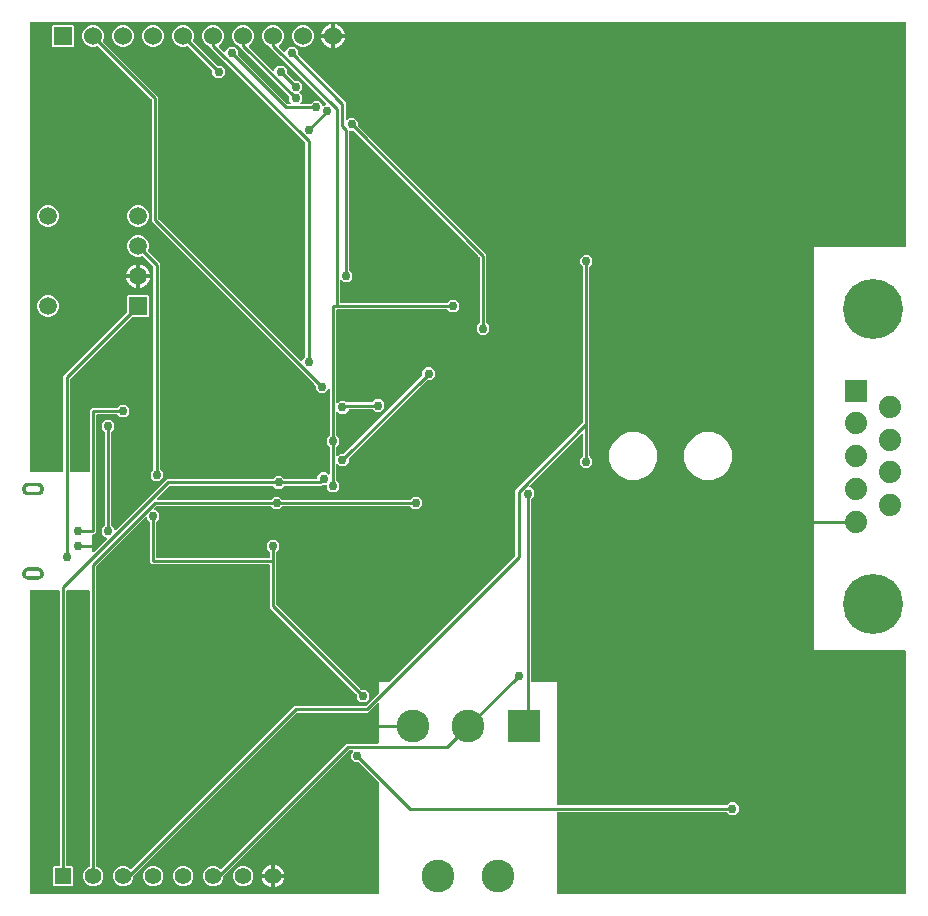
<source format=gbr>
G04 EAGLE Gerber RS-274X export*
G75*
%MOMM*%
%FSLAX34Y34*%
%LPD*%
%INBottom Copper*%
%IPPOS*%
%AMOC8*
5,1,8,0,0,1.08239X$1,22.5*%
G01*
%ADD10R,1.518000X1.518000*%
%ADD11C,1.518000*%
%ADD12R,1.879600X1.879600*%
%ADD13C,1.879600*%
%ADD14C,5.080000*%
%ADD15R,1.530000X1.530000*%
%ADD16C,1.530000*%
%ADD17R,1.398000X1.398000*%
%ADD18C,1.398000*%
%ADD19R,2.775000X2.775000*%
%ADD20C,2.775000*%
%ADD21C,0.254000*%
%ADD22C,0.756400*%

G36*
X304820Y10164D02*
X304820Y10164D01*
X304839Y10162D01*
X304941Y10184D01*
X305043Y10200D01*
X305060Y10210D01*
X305080Y10214D01*
X305169Y10267D01*
X305260Y10316D01*
X305274Y10330D01*
X305291Y10340D01*
X305358Y10419D01*
X305430Y10494D01*
X305438Y10512D01*
X305451Y10527D01*
X305490Y10623D01*
X305533Y10717D01*
X305535Y10737D01*
X305543Y10755D01*
X305561Y10922D01*
X305561Y104509D01*
X305547Y104599D01*
X305539Y104690D01*
X305527Y104719D01*
X305522Y104751D01*
X305479Y104832D01*
X305443Y104916D01*
X305417Y104948D01*
X305406Y104969D01*
X305383Y104991D01*
X305338Y105047D01*
X288915Y121470D01*
X288841Y121523D01*
X288771Y121583D01*
X288741Y121595D01*
X288715Y121614D01*
X288628Y121641D01*
X288543Y121675D01*
X288502Y121679D01*
X288480Y121686D01*
X288448Y121685D01*
X288377Y121693D01*
X285139Y121693D01*
X282031Y124802D01*
X282031Y129198D01*
X283676Y130843D01*
X283718Y130901D01*
X283767Y130953D01*
X283789Y131001D01*
X283819Y131043D01*
X283841Y131111D01*
X283871Y131177D01*
X283876Y131228D01*
X283892Y131278D01*
X283890Y131350D01*
X283898Y131421D01*
X283887Y131472D01*
X283885Y131524D01*
X283861Y131591D01*
X283846Y131661D01*
X283819Y131706D01*
X283801Y131755D01*
X283756Y131811D01*
X283719Y131872D01*
X283680Y131906D01*
X283647Y131947D01*
X283587Y131986D01*
X283532Y132032D01*
X283484Y132052D01*
X283440Y132080D01*
X283371Y132097D01*
X283304Y132124D01*
X283233Y132132D01*
X283202Y132140D01*
X283179Y132138D01*
X283138Y132143D01*
X280873Y132143D01*
X280783Y132128D01*
X280692Y132121D01*
X280662Y132108D01*
X280630Y132103D01*
X280550Y132060D01*
X280466Y132025D01*
X280434Y131999D01*
X280413Y131988D01*
X280391Y131965D01*
X280335Y131920D01*
X173838Y25423D01*
X173785Y25349D01*
X173725Y25279D01*
X173713Y25249D01*
X173694Y25223D01*
X173667Y25136D01*
X173633Y25051D01*
X173629Y25010D01*
X173622Y24988D01*
X173623Y24956D01*
X173615Y24885D01*
X173615Y23706D01*
X172318Y20577D01*
X169923Y18182D01*
X166794Y16885D01*
X163406Y16885D01*
X160277Y18182D01*
X157882Y20577D01*
X156585Y23706D01*
X156585Y27094D01*
X157882Y30223D01*
X160277Y32618D01*
X163406Y33915D01*
X166794Y33915D01*
X169923Y32618D01*
X170988Y31554D01*
X171004Y31542D01*
X171016Y31527D01*
X171103Y31471D01*
X171187Y31410D01*
X171206Y31405D01*
X171223Y31394D01*
X171324Y31369D01*
X171422Y31338D01*
X171442Y31339D01*
X171462Y31334D01*
X171565Y31342D01*
X171668Y31344D01*
X171687Y31351D01*
X171707Y31353D01*
X171802Y31393D01*
X171899Y31429D01*
X171915Y31441D01*
X171933Y31449D01*
X172064Y31554D01*
X276382Y135872D01*
X278242Y137732D01*
X304800Y137732D01*
X304820Y137735D01*
X304839Y137733D01*
X304941Y137755D01*
X305043Y137772D01*
X305060Y137781D01*
X305080Y137786D01*
X305169Y137839D01*
X305260Y137887D01*
X305274Y137901D01*
X305291Y137912D01*
X305358Y137990D01*
X305430Y138065D01*
X305438Y138083D01*
X305451Y138099D01*
X305490Y138195D01*
X305533Y138288D01*
X305535Y138308D01*
X305543Y138327D01*
X305561Y138493D01*
X305561Y171184D01*
X305550Y171254D01*
X305548Y171326D01*
X305530Y171375D01*
X305522Y171426D01*
X305488Y171490D01*
X305463Y171557D01*
X305431Y171598D01*
X305406Y171644D01*
X305355Y171693D01*
X305310Y171749D01*
X305266Y171777D01*
X305228Y171813D01*
X305163Y171843D01*
X305103Y171882D01*
X305052Y171895D01*
X305005Y171917D01*
X304934Y171925D01*
X304864Y171942D01*
X304812Y171938D01*
X304761Y171944D01*
X304690Y171929D01*
X304619Y171923D01*
X304571Y171903D01*
X304520Y171892D01*
X304459Y171855D01*
X304393Y171827D01*
X304337Y171782D01*
X304309Y171765D01*
X304294Y171748D01*
X304262Y171722D01*
X296433Y163893D01*
X236423Y163893D01*
X236333Y163878D01*
X236242Y163871D01*
X236212Y163858D01*
X236180Y163853D01*
X236100Y163810D01*
X236016Y163775D01*
X235984Y163749D01*
X235963Y163738D01*
X235941Y163715D01*
X235885Y163670D01*
X97638Y25423D01*
X97585Y25349D01*
X97525Y25279D01*
X97513Y25249D01*
X97494Y25223D01*
X97467Y25136D01*
X97433Y25051D01*
X97429Y25010D01*
X97422Y24988D01*
X97423Y24956D01*
X97415Y24885D01*
X97415Y23706D01*
X96118Y20577D01*
X93723Y18182D01*
X90594Y16885D01*
X87206Y16885D01*
X84077Y18182D01*
X81682Y20577D01*
X80385Y23706D01*
X80385Y27094D01*
X81682Y30223D01*
X84077Y32618D01*
X87206Y33915D01*
X90594Y33915D01*
X93723Y32618D01*
X94788Y31554D01*
X94804Y31542D01*
X94816Y31527D01*
X94903Y31471D01*
X94987Y31410D01*
X95006Y31405D01*
X95023Y31394D01*
X95124Y31369D01*
X95222Y31338D01*
X95242Y31339D01*
X95262Y31334D01*
X95365Y31342D01*
X95468Y31344D01*
X95487Y31351D01*
X95507Y31353D01*
X95602Y31393D01*
X95699Y31429D01*
X95715Y31441D01*
X95733Y31449D01*
X95864Y31554D01*
X231932Y167622D01*
X233792Y169482D01*
X293802Y169482D01*
X293892Y169497D01*
X293983Y169504D01*
X294013Y169517D01*
X294045Y169522D01*
X294125Y169565D01*
X294209Y169600D01*
X294241Y169626D01*
X294262Y169637D01*
X294284Y169660D01*
X294340Y169705D01*
X305338Y180703D01*
X305391Y180777D01*
X305451Y180847D01*
X305463Y180877D01*
X305482Y180903D01*
X305509Y180990D01*
X305543Y181075D01*
X305547Y181116D01*
X305554Y181138D01*
X305553Y181170D01*
X305561Y181241D01*
X305561Y189739D01*
X314059Y189739D01*
X314149Y189754D01*
X314240Y189761D01*
X314269Y189773D01*
X314301Y189779D01*
X314382Y189821D01*
X314466Y189857D01*
X314498Y189883D01*
X314519Y189894D01*
X314541Y189917D01*
X314597Y189962D01*
X420845Y296210D01*
X420898Y296284D01*
X420957Y296353D01*
X420970Y296383D01*
X420988Y296409D01*
X421015Y296496D01*
X421049Y296581D01*
X421054Y296622D01*
X421061Y296644D01*
X421060Y296677D01*
X421068Y296748D01*
X421068Y351995D01*
X477995Y408922D01*
X478048Y408996D01*
X478107Y409066D01*
X478120Y409096D01*
X478138Y409122D01*
X478165Y409209D01*
X478199Y409294D01*
X478204Y409335D01*
X478211Y409357D01*
X478210Y409389D01*
X478218Y409460D01*
X478218Y541075D01*
X478203Y541165D01*
X478196Y541256D01*
X478183Y541285D01*
X478178Y541317D01*
X478135Y541398D01*
X478100Y541482D01*
X478074Y541514D01*
X478063Y541535D01*
X478040Y541557D01*
X477995Y541613D01*
X475706Y543902D01*
X475706Y548298D01*
X478814Y551407D01*
X483211Y551407D01*
X486319Y548298D01*
X486319Y543902D01*
X484030Y541613D01*
X483977Y541539D01*
X483918Y541469D01*
X483905Y541439D01*
X483887Y541413D01*
X483860Y541326D01*
X483826Y541241D01*
X483821Y541200D01*
X483814Y541178D01*
X483815Y541146D01*
X483807Y541075D01*
X483807Y381263D01*
X483822Y381173D01*
X483829Y381082D01*
X483842Y381052D01*
X483847Y381020D01*
X483890Y380940D01*
X483925Y380856D01*
X483951Y380824D01*
X483962Y380803D01*
X483985Y380781D01*
X484030Y380725D01*
X486319Y378436D01*
X486319Y374039D01*
X483211Y370931D01*
X478814Y370931D01*
X475706Y374039D01*
X475706Y378436D01*
X477995Y380725D01*
X478048Y380799D01*
X478107Y380868D01*
X478120Y380898D01*
X478138Y380924D01*
X478165Y381011D01*
X478199Y381096D01*
X478204Y381137D01*
X478211Y381159D01*
X478210Y381192D01*
X478218Y381263D01*
X478218Y399403D01*
X478206Y399473D01*
X478204Y399545D01*
X478186Y399594D01*
X478178Y399645D01*
X478145Y399709D01*
X478120Y399776D01*
X478087Y399817D01*
X478063Y399863D01*
X478011Y399912D01*
X477966Y399968D01*
X477922Y399996D01*
X477885Y400032D01*
X477820Y400062D01*
X477759Y400101D01*
X477709Y400114D01*
X477662Y400136D01*
X477590Y400144D01*
X477521Y400161D01*
X477469Y400157D01*
X477417Y400163D01*
X477347Y400148D01*
X477276Y400142D01*
X477228Y400122D01*
X477177Y400111D01*
X477115Y400074D01*
X477049Y400046D01*
X476993Y400001D01*
X476966Y399984D01*
X476950Y399967D01*
X476918Y399941D01*
X432834Y355856D01*
X432792Y355798D01*
X432742Y355746D01*
X432720Y355699D01*
X432690Y355657D01*
X432669Y355588D01*
X432639Y355523D01*
X432633Y355471D01*
X432618Y355421D01*
X432620Y355350D01*
X432612Y355279D01*
X432623Y355228D01*
X432624Y355176D01*
X432649Y355108D01*
X432664Y355038D01*
X432691Y354994D01*
X432709Y354945D01*
X432753Y354889D01*
X432790Y354827D01*
X432830Y354793D01*
X432862Y354753D01*
X432923Y354714D01*
X432977Y354667D01*
X433025Y354648D01*
X433069Y354620D01*
X433139Y354602D01*
X433205Y354575D01*
X433277Y354567D01*
X433308Y354559D01*
X433331Y354561D01*
X433372Y354557D01*
X433998Y354557D01*
X437107Y351448D01*
X437107Y347052D01*
X434818Y344763D01*
X434765Y344689D01*
X434705Y344619D01*
X434693Y344589D01*
X434674Y344563D01*
X434647Y344476D01*
X434613Y344391D01*
X434609Y344350D01*
X434602Y344328D01*
X434603Y344296D01*
X434595Y344225D01*
X434595Y190500D01*
X434598Y190480D01*
X434596Y190461D01*
X434618Y190359D01*
X434634Y190257D01*
X434644Y190240D01*
X434648Y190220D01*
X434701Y190131D01*
X434750Y190040D01*
X434764Y190026D01*
X434774Y190009D01*
X434853Y189942D01*
X434928Y189871D01*
X434946Y189862D01*
X434961Y189849D01*
X435057Y189810D01*
X435151Y189767D01*
X435171Y189765D01*
X435189Y189757D01*
X435356Y189739D01*
X456439Y189739D01*
X456439Y86106D01*
X456442Y86086D01*
X456440Y86067D01*
X456462Y85965D01*
X456479Y85863D01*
X456488Y85846D01*
X456492Y85826D01*
X456545Y85737D01*
X456594Y85646D01*
X456608Y85632D01*
X456618Y85615D01*
X456697Y85548D01*
X456772Y85476D01*
X456790Y85468D01*
X456805Y85455D01*
X456901Y85416D01*
X456995Y85373D01*
X457015Y85371D01*
X457033Y85363D01*
X457200Y85345D01*
X599812Y85345D01*
X599902Y85359D01*
X599993Y85367D01*
X600023Y85379D01*
X600055Y85384D01*
X600135Y85427D01*
X600219Y85463D01*
X600251Y85489D01*
X600272Y85500D01*
X600294Y85523D01*
X600350Y85568D01*
X602639Y87857D01*
X607036Y87857D01*
X610144Y84748D01*
X610144Y80352D01*
X607036Y77243D01*
X602639Y77243D01*
X600350Y79532D01*
X600276Y79585D01*
X600207Y79645D01*
X600177Y79657D01*
X600151Y79676D01*
X600064Y79703D01*
X599979Y79737D01*
X599938Y79741D01*
X599916Y79748D01*
X599883Y79747D01*
X599812Y79755D01*
X457200Y79755D01*
X457180Y79752D01*
X457161Y79754D01*
X457059Y79732D01*
X456957Y79716D01*
X456940Y79706D01*
X456920Y79702D01*
X456831Y79649D01*
X456740Y79600D01*
X456726Y79586D01*
X456709Y79576D01*
X456642Y79497D01*
X456571Y79422D01*
X456562Y79404D01*
X456549Y79389D01*
X456510Y79293D01*
X456467Y79199D01*
X456465Y79179D01*
X456457Y79161D01*
X456439Y78994D01*
X456439Y10922D01*
X456442Y10902D01*
X456440Y10883D01*
X456462Y10781D01*
X456479Y10679D01*
X456488Y10662D01*
X456492Y10642D01*
X456545Y10553D01*
X456594Y10462D01*
X456608Y10448D01*
X456618Y10431D01*
X456697Y10364D01*
X456772Y10292D01*
X456790Y10284D01*
X456805Y10271D01*
X456901Y10232D01*
X456995Y10189D01*
X457015Y10187D01*
X457033Y10179D01*
X457200Y10161D01*
X750878Y10161D01*
X750898Y10164D01*
X750917Y10162D01*
X751019Y10184D01*
X751121Y10200D01*
X751138Y10210D01*
X751158Y10214D01*
X751247Y10267D01*
X751338Y10316D01*
X751352Y10330D01*
X751369Y10340D01*
X751436Y10419D01*
X751508Y10494D01*
X751516Y10512D01*
X751529Y10527D01*
X751568Y10623D01*
X751611Y10717D01*
X751613Y10737D01*
X751621Y10755D01*
X751639Y10922D01*
X751639Y215900D01*
X751636Y215920D01*
X751638Y215939D01*
X751616Y216041D01*
X751600Y216143D01*
X751590Y216160D01*
X751586Y216180D01*
X751533Y216269D01*
X751484Y216360D01*
X751470Y216374D01*
X751460Y216391D01*
X751381Y216458D01*
X751306Y216529D01*
X751288Y216538D01*
X751273Y216551D01*
X751177Y216590D01*
X751083Y216633D01*
X751063Y216635D01*
X751045Y216643D01*
X750878Y216661D01*
X673861Y216661D01*
X673861Y558039D01*
X750878Y558039D01*
X750898Y558042D01*
X750917Y558040D01*
X751019Y558062D01*
X751121Y558079D01*
X751138Y558088D01*
X751158Y558092D01*
X751247Y558145D01*
X751338Y558194D01*
X751352Y558208D01*
X751369Y558218D01*
X751436Y558297D01*
X751508Y558372D01*
X751516Y558390D01*
X751529Y558405D01*
X751568Y558501D01*
X751611Y558595D01*
X751613Y558615D01*
X751621Y558633D01*
X751639Y558800D01*
X751639Y747778D01*
X751636Y747798D01*
X751638Y747817D01*
X751616Y747919D01*
X751600Y748021D01*
X751590Y748038D01*
X751586Y748058D01*
X751533Y748147D01*
X751484Y748238D01*
X751470Y748252D01*
X751460Y748269D01*
X751381Y748336D01*
X751306Y748408D01*
X751288Y748416D01*
X751273Y748429D01*
X751177Y748468D01*
X751083Y748511D01*
X751063Y748513D01*
X751045Y748521D01*
X750878Y748539D01*
X10922Y748539D01*
X10902Y748536D01*
X10883Y748538D01*
X10781Y748516D01*
X10679Y748500D01*
X10662Y748490D01*
X10642Y748486D01*
X10553Y748433D01*
X10462Y748384D01*
X10448Y748370D01*
X10431Y748360D01*
X10364Y748281D01*
X10292Y748206D01*
X10284Y748188D01*
X10271Y748173D01*
X10232Y748077D01*
X10189Y747983D01*
X10187Y747963D01*
X10179Y747945D01*
X10161Y747778D01*
X10161Y368300D01*
X10164Y368280D01*
X10162Y368261D01*
X10184Y368159D01*
X10200Y368057D01*
X10210Y368040D01*
X10214Y368020D01*
X10267Y367931D01*
X10316Y367840D01*
X10330Y367826D01*
X10340Y367809D01*
X10419Y367742D01*
X10494Y367671D01*
X10512Y367662D01*
X10527Y367649D01*
X10623Y367610D01*
X10717Y367567D01*
X10737Y367565D01*
X10755Y367557D01*
X10922Y367539D01*
X37719Y367539D01*
X37739Y367542D01*
X37758Y367540D01*
X37860Y367562D01*
X37962Y367579D01*
X37979Y367588D01*
X37999Y367592D01*
X38088Y367645D01*
X38179Y367694D01*
X38193Y367708D01*
X38210Y367718D01*
X38277Y367797D01*
X38349Y367872D01*
X38357Y367890D01*
X38370Y367905D01*
X38409Y368001D01*
X38452Y368095D01*
X38454Y368115D01*
X38462Y368133D01*
X38480Y368300D01*
X38480Y448833D01*
X92262Y502615D01*
X92315Y502689D01*
X92375Y502758D01*
X92387Y502788D01*
X92406Y502814D01*
X92433Y502901D01*
X92467Y502986D01*
X92471Y503027D01*
X92478Y503049D01*
X92477Y503082D01*
X92485Y503153D01*
X92485Y516222D01*
X93378Y517115D01*
X109822Y517115D01*
X110715Y516222D01*
X110715Y499778D01*
X109822Y498885D01*
X96753Y498885D01*
X96663Y498871D01*
X96572Y498863D01*
X96542Y498851D01*
X96510Y498846D01*
X96430Y498803D01*
X96346Y498767D01*
X96314Y498741D01*
X96293Y498730D01*
X96291Y498729D01*
X96291Y498728D01*
X96270Y498707D01*
X96215Y498662D01*
X44293Y446740D01*
X44240Y446666D01*
X44180Y446597D01*
X44168Y446567D01*
X44149Y446541D01*
X44122Y446454D01*
X44088Y446369D01*
X44084Y446328D01*
X44077Y446306D01*
X44078Y446273D01*
X44070Y446202D01*
X44070Y368300D01*
X44073Y368280D01*
X44071Y368261D01*
X44093Y368159D01*
X44109Y368057D01*
X44119Y368040D01*
X44123Y368020D01*
X44176Y367931D01*
X44225Y367840D01*
X44239Y367826D01*
X44249Y367809D01*
X44328Y367742D01*
X44403Y367671D01*
X44421Y367662D01*
X44436Y367649D01*
X44532Y367610D01*
X44626Y367567D01*
X44646Y367565D01*
X44664Y367557D01*
X44831Y367539D01*
X59944Y367539D01*
X59964Y367542D01*
X59983Y367540D01*
X60085Y367562D01*
X60187Y367579D01*
X60204Y367588D01*
X60224Y367592D01*
X60313Y367645D01*
X60404Y367694D01*
X60418Y367708D01*
X60435Y367718D01*
X60502Y367797D01*
X60574Y367872D01*
X60582Y367890D01*
X60595Y367905D01*
X60634Y368001D01*
X60677Y368095D01*
X60679Y368115D01*
X60687Y368133D01*
X60705Y368300D01*
X60705Y420258D01*
X62342Y421895D01*
X83875Y421895D01*
X83965Y421909D01*
X84056Y421917D01*
X84085Y421929D01*
X84117Y421934D01*
X84198Y421977D01*
X84282Y422013D01*
X84314Y422039D01*
X84335Y422050D01*
X84357Y422073D01*
X84413Y422118D01*
X86702Y424407D01*
X91098Y424407D01*
X94207Y421298D01*
X94207Y416902D01*
X91098Y413793D01*
X86702Y413793D01*
X84413Y416082D01*
X84339Y416135D01*
X84269Y416195D01*
X84239Y416207D01*
X84213Y416226D01*
X84126Y416253D01*
X84041Y416287D01*
X84000Y416291D01*
X83978Y416298D01*
X83946Y416297D01*
X83875Y416305D01*
X67056Y416305D01*
X67036Y416302D01*
X67017Y416304D01*
X66915Y416282D01*
X66813Y416266D01*
X66796Y416256D01*
X66776Y416252D01*
X66687Y416199D01*
X66596Y416150D01*
X66582Y416136D01*
X66565Y416126D01*
X66498Y416047D01*
X66426Y415972D01*
X66418Y415954D01*
X66405Y415939D01*
X66366Y415843D01*
X66323Y415749D01*
X66321Y415729D01*
X66313Y415711D01*
X66295Y415544D01*
X66295Y316342D01*
X64658Y314705D01*
X63500Y314705D01*
X63480Y314702D01*
X63461Y314704D01*
X63359Y314682D01*
X63257Y314666D01*
X63240Y314656D01*
X63220Y314652D01*
X63131Y314599D01*
X63040Y314550D01*
X63026Y314536D01*
X63009Y314526D01*
X62942Y314447D01*
X62870Y314372D01*
X62862Y314354D01*
X62849Y314339D01*
X62810Y314243D01*
X62767Y314149D01*
X62765Y314129D01*
X62757Y314111D01*
X62739Y313944D01*
X62739Y300304D01*
X62750Y300233D01*
X62752Y300162D01*
X62770Y300113D01*
X62778Y300061D01*
X62812Y299998D01*
X62837Y299930D01*
X62869Y299890D01*
X62894Y299844D01*
X62945Y299794D01*
X62990Y299738D01*
X63034Y299710D01*
X63072Y299674D01*
X63137Y299644D01*
X63197Y299605D01*
X63248Y299593D01*
X63295Y299571D01*
X63366Y299563D01*
X63436Y299545D01*
X63488Y299549D01*
X63539Y299544D01*
X63610Y299559D01*
X63681Y299565D01*
X63729Y299585D01*
X63780Y299596D01*
X63841Y299633D01*
X63907Y299661D01*
X63963Y299706D01*
X63991Y299722D01*
X64006Y299740D01*
X64038Y299766D01*
X75166Y310894D01*
X75208Y310952D01*
X75258Y311004D01*
X75280Y311051D01*
X75310Y311093D01*
X75331Y311162D01*
X75361Y311227D01*
X75367Y311279D01*
X75382Y311329D01*
X75380Y311400D01*
X75388Y311471D01*
X75377Y311522D01*
X75376Y311574D01*
X75351Y311642D01*
X75336Y311712D01*
X75309Y311757D01*
X75291Y311805D01*
X75247Y311861D01*
X75210Y311923D01*
X75170Y311957D01*
X75138Y311997D01*
X75077Y312036D01*
X75023Y312083D01*
X74975Y312102D01*
X74931Y312130D01*
X74861Y312148D01*
X74795Y312175D01*
X74723Y312183D01*
X74692Y312191D01*
X74669Y312189D01*
X74628Y312193D01*
X74002Y312193D01*
X70893Y315302D01*
X70893Y319698D01*
X73182Y321987D01*
X73235Y322061D01*
X73295Y322131D01*
X73307Y322161D01*
X73326Y322187D01*
X73353Y322274D01*
X73387Y322359D01*
X73391Y322400D01*
X73398Y322422D01*
X73397Y322454D01*
X73405Y322525D01*
X73405Y401375D01*
X73391Y401465D01*
X73383Y401556D01*
X73371Y401585D01*
X73366Y401617D01*
X73323Y401698D01*
X73287Y401782D01*
X73261Y401814D01*
X73250Y401835D01*
X73227Y401857D01*
X73182Y401913D01*
X70893Y404202D01*
X70893Y408598D01*
X74002Y411707D01*
X78398Y411707D01*
X81507Y408598D01*
X81507Y404202D01*
X79218Y401913D01*
X79165Y401839D01*
X79105Y401769D01*
X79093Y401739D01*
X79074Y401713D01*
X79047Y401626D01*
X79013Y401541D01*
X79009Y401500D01*
X79002Y401478D01*
X79003Y401446D01*
X78995Y401375D01*
X78995Y322525D01*
X79009Y322435D01*
X79017Y322344D01*
X79029Y322315D01*
X79034Y322283D01*
X79077Y322202D01*
X79113Y322118D01*
X79139Y322086D01*
X79150Y322065D01*
X79173Y322043D01*
X79218Y321987D01*
X81507Y319698D01*
X81507Y319072D01*
X81518Y319001D01*
X81520Y318929D01*
X81538Y318880D01*
X81546Y318829D01*
X81580Y318766D01*
X81605Y318698D01*
X81637Y318658D01*
X81662Y318612D01*
X81714Y318562D01*
X81758Y318506D01*
X81802Y318478D01*
X81840Y318442D01*
X81905Y318412D01*
X81965Y318373D01*
X82016Y318361D01*
X82063Y318339D01*
X82134Y318331D01*
X82204Y318313D01*
X82256Y318317D01*
X82307Y318312D01*
X82378Y318327D01*
X82449Y318332D01*
X82497Y318353D01*
X82548Y318364D01*
X82609Y318401D01*
X82675Y318429D01*
X82731Y318474D01*
X82759Y318490D01*
X82774Y318508D01*
X82806Y318534D01*
X125842Y361570D01*
X215637Y361570D01*
X215727Y361584D01*
X215818Y361592D01*
X215848Y361604D01*
X215880Y361609D01*
X215960Y361652D01*
X216044Y361688D01*
X216076Y361714D01*
X216097Y361725D01*
X216119Y361748D01*
X216175Y361793D01*
X218464Y364082D01*
X222861Y364082D01*
X225150Y361793D01*
X225224Y361740D01*
X225293Y361680D01*
X225323Y361668D01*
X225349Y361649D01*
X225436Y361622D01*
X225521Y361588D01*
X225562Y361584D01*
X225584Y361577D01*
X225617Y361578D01*
X225688Y361570D01*
X252695Y361570D01*
X252714Y361573D01*
X252734Y361571D01*
X252835Y361593D01*
X252937Y361609D01*
X252955Y361619D01*
X252974Y361623D01*
X253063Y361676D01*
X253155Y361725D01*
X253168Y361739D01*
X253185Y361749D01*
X253253Y361828D01*
X253324Y361903D01*
X253332Y361921D01*
X253345Y361936D01*
X253384Y362032D01*
X253428Y362126D01*
X253430Y362146D01*
X253437Y362164D01*
X253456Y362331D01*
X253456Y364148D01*
X256564Y367257D01*
X260961Y367257D01*
X262606Y365612D01*
X262664Y365570D01*
X262716Y365520D01*
X262763Y365498D01*
X262805Y365468D01*
X262874Y365447D01*
X262939Y365417D01*
X262991Y365411D01*
X263041Y365396D01*
X263112Y365398D01*
X263183Y365390D01*
X263234Y365401D01*
X263286Y365402D01*
X263354Y365427D01*
X263424Y365442D01*
X263469Y365469D01*
X263517Y365487D01*
X263573Y365531D01*
X263635Y365568D01*
X263669Y365608D01*
X263709Y365640D01*
X263748Y365701D01*
X263795Y365755D01*
X263814Y365803D01*
X263842Y365847D01*
X263860Y365917D01*
X263887Y365983D01*
X263895Y366055D01*
X263903Y366086D01*
X263901Y366109D01*
X263905Y366150D01*
X263905Y388675D01*
X263891Y388765D01*
X263883Y388856D01*
X263871Y388885D01*
X263866Y388917D01*
X263823Y388998D01*
X263787Y389082D01*
X263761Y389114D01*
X263750Y389135D01*
X263727Y389157D01*
X263682Y389213D01*
X261393Y391502D01*
X261393Y395898D01*
X263682Y398187D01*
X263735Y398261D01*
X263795Y398331D01*
X263807Y398361D01*
X263826Y398387D01*
X263853Y398474D01*
X263887Y398559D01*
X263891Y398600D01*
X263898Y398622D01*
X263897Y398654D01*
X263905Y398725D01*
X263905Y437125D01*
X263894Y437196D01*
X263892Y437268D01*
X263874Y437317D01*
X263866Y437368D01*
X263832Y437431D01*
X263807Y437499D01*
X263775Y437539D01*
X263750Y437585D01*
X263698Y437635D01*
X263654Y437691D01*
X263610Y437719D01*
X263572Y437755D01*
X263507Y437785D01*
X263447Y437824D01*
X263396Y437836D01*
X263349Y437858D01*
X263278Y437866D01*
X263208Y437884D01*
X263156Y437880D01*
X263105Y437885D01*
X263034Y437870D01*
X262963Y437865D01*
X262915Y437844D01*
X262864Y437833D01*
X262803Y437796D01*
X262737Y437768D01*
X262681Y437723D01*
X262653Y437707D01*
X262638Y437689D01*
X262606Y437663D01*
X259373Y434431D01*
X254977Y434431D01*
X251868Y437539D01*
X251868Y440777D01*
X251854Y440867D01*
X251846Y440958D01*
X251834Y440987D01*
X251829Y441019D01*
X251786Y441100D01*
X251750Y441184D01*
X251724Y441216D01*
X251713Y441237D01*
X251690Y441259D01*
X251645Y441315D01*
X113093Y579867D01*
X113093Y682740D01*
X113078Y682830D01*
X113071Y682921D01*
X113058Y682950D01*
X113053Y682982D01*
X113010Y683063D01*
X112975Y683147D01*
X112949Y683179D01*
X112938Y683200D01*
X112915Y683222D01*
X112870Y683278D01*
X68087Y728061D01*
X67993Y728128D01*
X67898Y728199D01*
X67892Y728201D01*
X67887Y728204D01*
X67776Y728238D01*
X67664Y728275D01*
X67658Y728275D01*
X67652Y728277D01*
X67535Y728274D01*
X67418Y728272D01*
X67411Y728270D01*
X67406Y728270D01*
X67389Y728264D01*
X67257Y728226D01*
X65325Y727425D01*
X61675Y727425D01*
X58303Y728822D01*
X55722Y731403D01*
X54325Y734775D01*
X54325Y738425D01*
X55722Y741797D01*
X58303Y744378D01*
X61675Y745775D01*
X65325Y745775D01*
X68697Y744378D01*
X71278Y741797D01*
X72675Y738425D01*
X72675Y734775D01*
X71874Y732843D01*
X71866Y732806D01*
X71859Y732792D01*
X71856Y732766D01*
X71848Y732729D01*
X71819Y732616D01*
X71820Y732609D01*
X71818Y732603D01*
X71829Y732487D01*
X71838Y732370D01*
X71841Y732365D01*
X71841Y732358D01*
X71889Y732251D01*
X71935Y732144D01*
X71939Y732138D01*
X71941Y732134D01*
X71954Y732120D01*
X72039Y732013D01*
X118682Y685370D01*
X118682Y582498D01*
X118697Y582408D01*
X118704Y582317D01*
X118717Y582287D01*
X118722Y582255D01*
X118765Y582175D01*
X118800Y582091D01*
X118826Y582059D01*
X118837Y582038D01*
X118860Y582016D01*
X118905Y581960D01*
X239456Y461409D01*
X239514Y461367D01*
X239566Y461317D01*
X239614Y461295D01*
X239656Y461265D01*
X239724Y461244D01*
X239790Y461214D01*
X239841Y461208D01*
X239891Y461193D01*
X239963Y461195D01*
X240034Y461187D01*
X240085Y461198D01*
X240137Y461199D01*
X240204Y461224D01*
X240274Y461239D01*
X240319Y461266D01*
X240368Y461284D01*
X240424Y461328D01*
X240485Y461365D01*
X240519Y461405D01*
X240560Y461437D01*
X240599Y461498D01*
X240645Y461552D01*
X240665Y461600D01*
X240693Y461644D01*
X240710Y461714D01*
X240737Y461780D01*
X240745Y461852D01*
X240753Y461883D01*
X240751Y461906D01*
X240756Y461947D01*
X240756Y462573D01*
X243045Y464862D01*
X243089Y464923D01*
X243124Y464960D01*
X243130Y464974D01*
X243157Y465006D01*
X243170Y465036D01*
X243188Y465062D01*
X243215Y465149D01*
X243249Y465234D01*
X243254Y465275D01*
X243261Y465297D01*
X243260Y465329D01*
X243268Y465400D01*
X243268Y646227D01*
X243253Y646317D01*
X243246Y646408D01*
X243233Y646438D01*
X243228Y646470D01*
X243185Y646550D01*
X243150Y646634D01*
X243124Y646666D01*
X243113Y646687D01*
X243090Y646709D01*
X243045Y646765D01*
X162271Y727539D01*
X162269Y727549D01*
X162267Y727555D01*
X162266Y727561D01*
X162211Y727664D01*
X162158Y727768D01*
X162153Y727773D01*
X162150Y727778D01*
X162066Y727858D01*
X161982Y727941D01*
X161976Y727944D01*
X161972Y727948D01*
X161955Y727956D01*
X161835Y728022D01*
X159903Y728822D01*
X157322Y731403D01*
X155925Y734775D01*
X155925Y738425D01*
X157322Y741797D01*
X159903Y744378D01*
X163275Y745775D01*
X166925Y745775D01*
X170297Y744378D01*
X172878Y741797D01*
X174275Y738425D01*
X174275Y734775D01*
X172878Y731403D01*
X170286Y728811D01*
X170275Y728807D01*
X170214Y728758D01*
X170148Y728717D01*
X170118Y728682D01*
X170083Y728653D01*
X170040Y728588D01*
X169991Y728528D01*
X169974Y728485D01*
X169950Y728446D01*
X169931Y728371D01*
X169903Y728298D01*
X169901Y728252D01*
X169889Y728208D01*
X169895Y728130D01*
X169892Y728052D01*
X169905Y728008D01*
X169909Y727962D01*
X169939Y727891D01*
X169961Y727816D01*
X169987Y727778D01*
X170005Y727736D01*
X170090Y727630D01*
X170101Y727614D01*
X170105Y727611D01*
X170110Y727605D01*
X174369Y723346D01*
X174427Y723304D01*
X174479Y723255D01*
X174526Y723233D01*
X174568Y723203D01*
X174637Y723182D01*
X174702Y723151D01*
X174754Y723146D01*
X174804Y723130D01*
X174875Y723132D01*
X174946Y723124D01*
X174997Y723135D01*
X175049Y723137D01*
X175117Y723161D01*
X175187Y723176D01*
X175231Y723203D01*
X175280Y723221D01*
X175336Y723266D01*
X175398Y723303D01*
X175432Y723342D01*
X175472Y723375D01*
X175511Y723435D01*
X175558Y723490D01*
X175577Y723538D01*
X175605Y723582D01*
X175623Y723651D01*
X175650Y723718D01*
X175658Y723789D01*
X175666Y723820D01*
X175664Y723843D01*
X175668Y723884D01*
X175668Y724511D01*
X178777Y727619D01*
X183173Y727619D01*
X186282Y724511D01*
X186282Y721273D01*
X186296Y721183D01*
X186304Y721092D01*
X186316Y721063D01*
X186321Y721031D01*
X186364Y720950D01*
X186400Y720866D01*
X186426Y720834D01*
X186437Y720813D01*
X186460Y720791D01*
X186505Y720735D01*
X227947Y679293D01*
X228021Y679240D01*
X228091Y679180D01*
X228121Y679168D01*
X228147Y679149D01*
X228234Y679122D01*
X228319Y679088D01*
X228360Y679084D01*
X228382Y679077D01*
X228414Y679078D01*
X228485Y679070D01*
X230750Y679070D01*
X230821Y679081D01*
X230893Y679083D01*
X230942Y679101D01*
X230993Y679109D01*
X231056Y679143D01*
X231124Y679168D01*
X231164Y679200D01*
X231210Y679225D01*
X231260Y679277D01*
X231316Y679321D01*
X231344Y679365D01*
X231380Y679403D01*
X231410Y679468D01*
X231449Y679528D01*
X231461Y679579D01*
X231483Y679626D01*
X231491Y679697D01*
X231509Y679767D01*
X231505Y679819D01*
X231510Y679870D01*
X231495Y679941D01*
X231490Y680012D01*
X231469Y680060D01*
X231458Y680111D01*
X231421Y680172D01*
X231393Y680238D01*
X231348Y680294D01*
X231332Y680322D01*
X231314Y680337D01*
X231288Y680369D01*
X229643Y682014D01*
X229643Y685252D01*
X229629Y685342D01*
X229621Y685433D01*
X229609Y685462D01*
X229604Y685494D01*
X229561Y685575D01*
X229525Y685659D01*
X229499Y685691D01*
X229488Y685712D01*
X229465Y685734D01*
X229420Y685790D01*
X187671Y727539D01*
X187669Y727549D01*
X187667Y727555D01*
X187666Y727561D01*
X187611Y727663D01*
X187558Y727769D01*
X187553Y727773D01*
X187550Y727778D01*
X187466Y727858D01*
X187382Y727941D01*
X187376Y727944D01*
X187372Y727948D01*
X187355Y727956D01*
X187235Y728022D01*
X185303Y728822D01*
X182722Y731403D01*
X181325Y734775D01*
X181325Y738425D01*
X182722Y741797D01*
X185303Y744378D01*
X188675Y745775D01*
X192325Y745775D01*
X195697Y744378D01*
X198278Y741797D01*
X199675Y738425D01*
X199675Y734775D01*
X198278Y731403D01*
X195686Y728811D01*
X195675Y728807D01*
X195614Y728758D01*
X195548Y728717D01*
X195518Y728682D01*
X195483Y728653D01*
X195440Y728588D01*
X195391Y728528D01*
X195374Y728485D01*
X195350Y728446D01*
X195331Y728371D01*
X195303Y728298D01*
X195301Y728252D01*
X195289Y728208D01*
X195295Y728130D01*
X195292Y728052D01*
X195305Y728008D01*
X195309Y727962D01*
X195339Y727891D01*
X195361Y727816D01*
X195387Y727778D01*
X195405Y727736D01*
X195490Y727630D01*
X195501Y727614D01*
X195505Y727611D01*
X195510Y727605D01*
X215644Y707471D01*
X215702Y707429D01*
X215754Y707380D01*
X215801Y707358D01*
X215843Y707328D01*
X215912Y707307D01*
X215977Y707276D01*
X216029Y707271D01*
X216079Y707255D01*
X216150Y707257D01*
X216221Y707249D01*
X216272Y707260D01*
X216324Y707262D01*
X216392Y707286D01*
X216462Y707301D01*
X216506Y707328D01*
X216555Y707346D01*
X216611Y707391D01*
X216673Y707428D01*
X216707Y707467D01*
X216747Y707500D01*
X216786Y707560D01*
X216833Y707615D01*
X216852Y707663D01*
X216880Y707707D01*
X216898Y707776D01*
X216925Y707843D01*
X216933Y707914D01*
X216941Y707945D01*
X216939Y707968D01*
X216943Y708009D01*
X216943Y708636D01*
X220052Y711744D01*
X224448Y711744D01*
X227557Y708636D01*
X227557Y705398D01*
X227571Y705308D01*
X227579Y705217D01*
X227591Y705188D01*
X227596Y705156D01*
X227639Y705075D01*
X227675Y704991D01*
X227701Y704959D01*
X227712Y704938D01*
X227735Y704916D01*
X227780Y704860D01*
X233373Y699267D01*
X233447Y699214D01*
X233516Y699155D01*
X233546Y699142D01*
X233572Y699124D01*
X233659Y699097D01*
X233744Y699063D01*
X233785Y699058D01*
X233807Y699051D01*
X233840Y699052D01*
X233911Y699044D01*
X237148Y699044D01*
X240257Y695936D01*
X240257Y691539D01*
X238231Y689513D01*
X238219Y689497D01*
X238203Y689485D01*
X238147Y689397D01*
X238087Y689314D01*
X238081Y689295D01*
X238070Y689278D01*
X238045Y689177D01*
X238015Y689078D01*
X238015Y689059D01*
X238010Y689039D01*
X238018Y688936D01*
X238021Y688833D01*
X238028Y688814D01*
X238030Y688794D01*
X238070Y688699D01*
X238106Y688602D01*
X238118Y688586D01*
X238126Y688568D01*
X238231Y688437D01*
X240257Y686411D01*
X240257Y682014D01*
X238612Y680369D01*
X238570Y680311D01*
X238520Y680259D01*
X238498Y680212D01*
X238468Y680170D01*
X238447Y680101D01*
X238417Y680036D01*
X238411Y679984D01*
X238396Y679934D01*
X238398Y679863D01*
X238390Y679792D01*
X238401Y679741D01*
X238402Y679689D01*
X238427Y679621D01*
X238442Y679551D01*
X238469Y679506D01*
X238487Y679458D01*
X238531Y679402D01*
X238568Y679340D01*
X238608Y679306D01*
X238640Y679266D01*
X238701Y679227D01*
X238755Y679180D01*
X238803Y679161D01*
X238847Y679133D01*
X238917Y679115D01*
X238983Y679088D01*
X239055Y679080D01*
X239086Y679072D01*
X239109Y679074D01*
X239150Y679070D01*
X247387Y679070D01*
X247477Y679084D01*
X247568Y679092D01*
X247598Y679104D01*
X247630Y679109D01*
X247710Y679152D01*
X247794Y679188D01*
X247827Y679214D01*
X247847Y679225D01*
X247869Y679248D01*
X247925Y679293D01*
X250214Y681582D01*
X254611Y681582D01*
X257719Y678473D01*
X257719Y678224D01*
X257731Y678154D01*
X257733Y678082D01*
X257751Y678033D01*
X257759Y677982D01*
X257793Y677918D01*
X257817Y677851D01*
X257850Y677810D01*
X257874Y677764D01*
X257926Y677715D01*
X257971Y677659D01*
X258015Y677631D01*
X258052Y677595D01*
X258117Y677565D01*
X258178Y677526D01*
X258228Y677513D01*
X258275Y677491D01*
X258347Y677483D01*
X258416Y677466D01*
X258468Y677470D01*
X258520Y677464D01*
X258590Y677479D01*
X258661Y677485D01*
X258709Y677505D01*
X258760Y677516D01*
X258822Y677553D01*
X258888Y677581D01*
X258944Y677626D01*
X258971Y677643D01*
X258987Y677660D01*
X259019Y677686D01*
X259739Y678407D01*
X260366Y678407D01*
X260436Y678418D01*
X260508Y678420D01*
X260557Y678438D01*
X260608Y678446D01*
X260672Y678480D01*
X260739Y678505D01*
X260780Y678537D01*
X260826Y678562D01*
X260875Y678614D01*
X260931Y678658D01*
X260959Y678702D01*
X260995Y678740D01*
X261025Y678805D01*
X261064Y678865D01*
X261077Y678916D01*
X261099Y678963D01*
X261107Y679034D01*
X261124Y679104D01*
X261120Y679156D01*
X261126Y679207D01*
X261111Y679278D01*
X261105Y679349D01*
X261085Y679397D01*
X261074Y679448D01*
X261037Y679509D01*
X261009Y679575D01*
X260964Y679631D01*
X260947Y679659D01*
X260930Y679674D01*
X260904Y679706D01*
X213071Y727539D01*
X213069Y727549D01*
X213067Y727555D01*
X213066Y727561D01*
X213011Y727663D01*
X212958Y727769D01*
X212953Y727773D01*
X212950Y727778D01*
X212866Y727858D01*
X212782Y727941D01*
X212776Y727944D01*
X212772Y727948D01*
X212755Y727956D01*
X212635Y728022D01*
X210703Y728822D01*
X208122Y731403D01*
X206725Y734775D01*
X206725Y738425D01*
X208122Y741797D01*
X210703Y744378D01*
X214075Y745775D01*
X217725Y745775D01*
X221097Y744378D01*
X223678Y741797D01*
X225075Y738425D01*
X225075Y734775D01*
X223678Y731403D01*
X221086Y728811D01*
X221075Y728807D01*
X221014Y728758D01*
X220948Y728717D01*
X220918Y728682D01*
X220883Y728653D01*
X220840Y728588D01*
X220791Y728528D01*
X220774Y728485D01*
X220750Y728446D01*
X220731Y728371D01*
X220703Y728298D01*
X220701Y728252D01*
X220689Y728208D01*
X220695Y728130D01*
X220692Y728052D01*
X220705Y728008D01*
X220709Y727962D01*
X220739Y727891D01*
X220761Y727816D01*
X220787Y727778D01*
X220805Y727736D01*
X220890Y727630D01*
X220901Y727614D01*
X220905Y727611D01*
X220910Y727605D01*
X225169Y723346D01*
X225227Y723304D01*
X225279Y723255D01*
X225326Y723233D01*
X225368Y723203D01*
X225437Y723182D01*
X225502Y723151D01*
X225554Y723146D01*
X225604Y723130D01*
X225675Y723132D01*
X225746Y723124D01*
X225797Y723135D01*
X225849Y723137D01*
X225917Y723161D01*
X225987Y723176D01*
X226031Y723203D01*
X226080Y723221D01*
X226136Y723266D01*
X226198Y723303D01*
X226232Y723342D01*
X226272Y723375D01*
X226311Y723435D01*
X226358Y723490D01*
X226377Y723538D01*
X226405Y723582D01*
X226423Y723651D01*
X226450Y723718D01*
X226458Y723789D01*
X226466Y723820D01*
X226464Y723843D01*
X226468Y723884D01*
X226468Y724511D01*
X229577Y727619D01*
X233973Y727619D01*
X237082Y724511D01*
X237082Y721273D01*
X237096Y721183D01*
X237104Y721092D01*
X237116Y721063D01*
X237121Y721031D01*
X237164Y720950D01*
X237200Y720866D01*
X237226Y720834D01*
X237237Y720813D01*
X237260Y720791D01*
X237305Y720735D01*
X277432Y680608D01*
X277432Y666187D01*
X277444Y666117D01*
X277446Y666045D01*
X277464Y665996D01*
X277472Y665945D01*
X277506Y665881D01*
X277530Y665814D01*
X277563Y665773D01*
X277587Y665727D01*
X277639Y665678D01*
X277684Y665622D01*
X277728Y665594D01*
X277765Y665558D01*
X277830Y665528D01*
X277891Y665489D01*
X277941Y665476D01*
X277988Y665454D01*
X278060Y665446D01*
X278129Y665429D01*
X278181Y665433D01*
X278233Y665427D01*
X278303Y665442D01*
X278374Y665448D01*
X278422Y665468D01*
X278473Y665479D01*
X278535Y665516D01*
X278601Y665544D01*
X278657Y665589D01*
X278684Y665606D01*
X278700Y665623D01*
X278732Y665649D01*
X280377Y667294D01*
X284773Y667294D01*
X287882Y664186D01*
X287882Y660948D01*
X287896Y660858D01*
X287904Y660767D01*
X287916Y660738D01*
X287921Y660706D01*
X287964Y660625D01*
X288000Y660541D01*
X288026Y660509D01*
X288037Y660488D01*
X288060Y660466D01*
X288105Y660410D01*
X396495Y552020D01*
X396495Y493975D01*
X396509Y493885D01*
X396517Y493794D01*
X396529Y493765D01*
X396534Y493733D01*
X396577Y493652D01*
X396613Y493568D01*
X396639Y493536D01*
X396650Y493515D01*
X396673Y493493D01*
X396718Y493437D01*
X399007Y491148D01*
X399007Y486752D01*
X395898Y483643D01*
X391502Y483643D01*
X388393Y486752D01*
X388393Y491148D01*
X390682Y493437D01*
X390735Y493511D01*
X390795Y493581D01*
X390807Y493611D01*
X390826Y493637D01*
X390853Y493724D01*
X390887Y493809D01*
X390891Y493850D01*
X390898Y493872D01*
X390897Y493904D01*
X390905Y493975D01*
X390905Y549390D01*
X390891Y549480D01*
X390883Y549571D01*
X390871Y549600D01*
X390866Y549632D01*
X390823Y549713D01*
X390787Y549797D01*
X390761Y549829D01*
X390750Y549850D01*
X390727Y549872D01*
X390682Y549928D01*
X284152Y656458D01*
X284078Y656511D01*
X284009Y656570D01*
X283979Y656583D01*
X283953Y656601D01*
X283866Y656628D01*
X283781Y656662D01*
X283740Y656667D01*
X283718Y656674D01*
X283685Y656673D01*
X283614Y656681D01*
X281368Y656681D01*
X281349Y656678D01*
X281329Y656680D01*
X281228Y656658D01*
X281126Y656641D01*
X281108Y656632D01*
X281089Y656627D01*
X281000Y656574D01*
X280908Y656526D01*
X280895Y656512D01*
X280878Y656501D01*
X280810Y656423D01*
X280739Y656348D01*
X280731Y656330D01*
X280718Y656314D01*
X280679Y656218D01*
X280635Y656125D01*
X280633Y656105D01*
X280626Y656086D01*
X280607Y655920D01*
X280607Y538425D01*
X280622Y538335D01*
X280629Y538244D01*
X280642Y538215D01*
X280647Y538183D01*
X280690Y538102D01*
X280725Y538018D01*
X280751Y537986D01*
X280762Y537965D01*
X280785Y537943D01*
X280830Y537887D01*
X283119Y535598D01*
X283119Y531202D01*
X280011Y528093D01*
X275614Y528093D01*
X273969Y529738D01*
X273911Y529780D01*
X273859Y529830D01*
X273812Y529852D01*
X273770Y529882D01*
X273701Y529903D01*
X273636Y529933D01*
X273584Y529939D01*
X273534Y529954D01*
X273463Y529952D01*
X273392Y529960D01*
X273341Y529949D01*
X273289Y529948D01*
X273221Y529923D01*
X273151Y529908D01*
X273106Y529881D01*
X273058Y529863D01*
X273002Y529819D01*
X272940Y529782D01*
X272906Y529742D01*
X272866Y529710D01*
X272827Y529649D01*
X272780Y529595D01*
X272761Y529547D01*
X272733Y529503D01*
X272715Y529433D01*
X272688Y529367D01*
X272680Y529295D01*
X272672Y529264D01*
X272674Y529241D01*
X272670Y529200D01*
X272670Y511556D01*
X272673Y511536D01*
X272671Y511517D01*
X272693Y511415D01*
X272709Y511313D01*
X272719Y511296D01*
X272723Y511276D01*
X272776Y511187D01*
X272825Y511096D01*
X272839Y511082D01*
X272849Y511065D01*
X272928Y510998D01*
X273003Y510926D01*
X273021Y510918D01*
X273036Y510905D01*
X273132Y510866D01*
X273226Y510823D01*
X273246Y510821D01*
X273264Y510813D01*
X273431Y510795D01*
X363275Y510795D01*
X363365Y510809D01*
X363456Y510817D01*
X363485Y510829D01*
X363517Y510834D01*
X363598Y510877D01*
X363682Y510913D01*
X363714Y510939D01*
X363735Y510950D01*
X363757Y510973D01*
X363813Y511018D01*
X366102Y513307D01*
X370498Y513307D01*
X373607Y510198D01*
X373607Y505802D01*
X370498Y502693D01*
X366102Y502693D01*
X363813Y504982D01*
X363739Y505035D01*
X363669Y505095D01*
X363639Y505107D01*
X363613Y505126D01*
X363526Y505153D01*
X363441Y505187D01*
X363400Y505191D01*
X363378Y505198D01*
X363346Y505197D01*
X363275Y505205D01*
X270256Y505205D01*
X270236Y505202D01*
X270217Y505204D01*
X270115Y505182D01*
X270013Y505166D01*
X269996Y505156D01*
X269976Y505152D01*
X269887Y505099D01*
X269796Y505050D01*
X269782Y505036D01*
X269765Y505026D01*
X269698Y504947D01*
X269626Y504872D01*
X269618Y504854D01*
X269605Y504839D01*
X269566Y504743D01*
X269523Y504649D01*
X269521Y504629D01*
X269513Y504611D01*
X269495Y504444D01*
X269495Y426475D01*
X269506Y426404D01*
X269508Y426332D01*
X269526Y426283D01*
X269534Y426232D01*
X269568Y426169D01*
X269593Y426101D01*
X269625Y426061D01*
X269650Y426015D01*
X269702Y425965D01*
X269746Y425909D01*
X269790Y425881D01*
X269828Y425845D01*
X269893Y425815D01*
X269953Y425776D01*
X270004Y425764D01*
X270051Y425742D01*
X270122Y425734D01*
X270192Y425716D01*
X270244Y425720D01*
X270295Y425715D01*
X270366Y425730D01*
X270437Y425735D01*
X270485Y425756D01*
X270536Y425767D01*
X270597Y425804D01*
X270663Y425832D01*
X270719Y425877D01*
X270747Y425893D01*
X270762Y425911D01*
X270794Y425937D01*
X272439Y427582D01*
X276836Y427582D01*
X277537Y426880D01*
X277611Y426827D01*
X277681Y426768D01*
X277711Y426755D01*
X277737Y426737D01*
X277824Y426710D01*
X277909Y426676D01*
X277950Y426671D01*
X277972Y426664D01*
X278004Y426665D01*
X278075Y426657D01*
X299775Y426657D01*
X299865Y426672D01*
X299956Y426679D01*
X299985Y426692D01*
X300017Y426697D01*
X300098Y426740D01*
X300182Y426775D01*
X300214Y426801D01*
X300235Y426812D01*
X300257Y426835D01*
X300313Y426880D01*
X302602Y429169D01*
X306998Y429169D01*
X310107Y426061D01*
X310107Y421664D01*
X306998Y418556D01*
X302602Y418556D01*
X300313Y420845D01*
X300239Y420898D01*
X300169Y420957D01*
X300139Y420970D01*
X300113Y420988D01*
X300026Y421015D01*
X299941Y421049D01*
X299900Y421054D01*
X299878Y421061D01*
X299846Y421060D01*
X299775Y421068D01*
X280705Y421068D01*
X280686Y421065D01*
X280666Y421067D01*
X280565Y421045D01*
X280463Y421028D01*
X280445Y421019D01*
X280426Y421014D01*
X280337Y420961D01*
X280245Y420913D01*
X280232Y420899D01*
X280215Y420888D01*
X280147Y420810D01*
X280076Y420735D01*
X280068Y420717D01*
X280055Y420701D01*
X280016Y420605D01*
X279972Y420512D01*
X279970Y420492D01*
X279963Y420473D01*
X279944Y420307D01*
X279944Y420077D01*
X276836Y416968D01*
X272439Y416968D01*
X270794Y418613D01*
X270736Y418655D01*
X270684Y418705D01*
X270637Y418727D01*
X270595Y418757D01*
X270526Y418778D01*
X270461Y418808D01*
X270409Y418814D01*
X270359Y418829D01*
X270288Y418827D01*
X270217Y418835D01*
X270166Y418824D01*
X270114Y418823D01*
X270046Y418798D01*
X269976Y418783D01*
X269931Y418756D01*
X269883Y418738D01*
X269827Y418694D01*
X269765Y418657D01*
X269731Y418617D01*
X269691Y418585D01*
X269652Y418524D01*
X269605Y418470D01*
X269586Y418422D01*
X269558Y418378D01*
X269540Y418308D01*
X269513Y418242D01*
X269505Y418170D01*
X269497Y418139D01*
X269499Y418116D01*
X269495Y418075D01*
X269495Y398725D01*
X269509Y398635D01*
X269517Y398544D01*
X269529Y398515D01*
X269534Y398483D01*
X269577Y398402D01*
X269613Y398318D01*
X269639Y398286D01*
X269650Y398265D01*
X269673Y398243D01*
X269718Y398187D01*
X272007Y395898D01*
X272007Y391502D01*
X269718Y389213D01*
X269665Y389139D01*
X269605Y389069D01*
X269593Y389039D01*
X269574Y389013D01*
X269547Y388926D01*
X269513Y388841D01*
X269509Y388800D01*
X269502Y388778D01*
X269503Y388746D01*
X269495Y388675D01*
X269495Y382025D01*
X269506Y381954D01*
X269508Y381882D01*
X269526Y381833D01*
X269534Y381782D01*
X269568Y381719D01*
X269593Y381651D01*
X269625Y381611D01*
X269650Y381565D01*
X269702Y381515D01*
X269746Y381459D01*
X269790Y381431D01*
X269828Y381395D01*
X269893Y381365D01*
X269953Y381326D01*
X270004Y381314D01*
X270051Y381292D01*
X270122Y381284D01*
X270192Y381266D01*
X270244Y381270D01*
X270295Y381265D01*
X270366Y381280D01*
X270437Y381285D01*
X270485Y381306D01*
X270536Y381317D01*
X270597Y381354D01*
X270663Y381382D01*
X270719Y381427D01*
X270747Y381443D01*
X270762Y381461D01*
X270794Y381487D01*
X272439Y383132D01*
X275677Y383132D01*
X275767Y383146D01*
X275858Y383154D01*
X275887Y383166D01*
X275919Y383171D01*
X276000Y383214D01*
X276084Y383250D01*
X276116Y383276D01*
X276137Y383287D01*
X276159Y383310D01*
X276215Y383355D01*
X342133Y449273D01*
X342186Y449347D01*
X342245Y449416D01*
X342258Y449446D01*
X342276Y449472D01*
X342303Y449559D01*
X342337Y449644D01*
X342342Y449685D01*
X342349Y449707D01*
X342348Y449740D01*
X342356Y449811D01*
X342356Y453048D01*
X345464Y456157D01*
X349861Y456157D01*
X352969Y453048D01*
X352969Y448652D01*
X349861Y445543D01*
X346623Y445543D01*
X346533Y445529D01*
X346442Y445521D01*
X346413Y445509D01*
X346381Y445504D01*
X346300Y445461D01*
X346216Y445425D01*
X346184Y445399D01*
X346163Y445388D01*
X346141Y445365D01*
X346085Y445320D01*
X280167Y379402D01*
X280114Y379328D01*
X280055Y379259D01*
X280042Y379229D01*
X280024Y379203D01*
X279997Y379116D01*
X279963Y379031D01*
X279958Y378990D01*
X279951Y378968D01*
X279952Y378935D01*
X279944Y378864D01*
X279944Y375627D01*
X276836Y372518D01*
X272439Y372518D01*
X270794Y374163D01*
X270736Y374205D01*
X270684Y374255D01*
X270637Y374277D01*
X270595Y374307D01*
X270526Y374328D01*
X270461Y374358D01*
X270409Y374364D01*
X270359Y374379D01*
X270288Y374377D01*
X270217Y374385D01*
X270166Y374374D01*
X270114Y374373D01*
X270046Y374348D01*
X269976Y374333D01*
X269931Y374306D01*
X269883Y374288D01*
X269827Y374244D01*
X269765Y374207D01*
X269731Y374167D01*
X269691Y374135D01*
X269652Y374074D01*
X269605Y374020D01*
X269586Y373972D01*
X269558Y373928D01*
X269540Y373858D01*
X269513Y373792D01*
X269505Y373720D01*
X269497Y373689D01*
X269499Y373666D01*
X269495Y373625D01*
X269495Y360625D01*
X269509Y360535D01*
X269517Y360444D01*
X269529Y360415D01*
X269534Y360383D01*
X269577Y360302D01*
X269613Y360218D01*
X269639Y360186D01*
X269650Y360165D01*
X269673Y360143D01*
X269718Y360087D01*
X272007Y357798D01*
X272007Y353402D01*
X268898Y350293D01*
X264502Y350293D01*
X261393Y353402D01*
X261393Y355882D01*
X261390Y355902D01*
X261392Y355921D01*
X261370Y356023D01*
X261354Y356125D01*
X261344Y356142D01*
X261340Y356162D01*
X261287Y356251D01*
X261238Y356342D01*
X261224Y356356D01*
X261214Y356373D01*
X261135Y356440D01*
X261060Y356512D01*
X261042Y356520D01*
X261027Y356533D01*
X260931Y356572D01*
X260837Y356615D01*
X260817Y356617D01*
X260799Y356625D01*
X260632Y356643D01*
X257723Y356643D01*
X257633Y356629D01*
X257542Y356621D01*
X257513Y356609D01*
X257481Y356604D01*
X257400Y356561D01*
X257316Y356525D01*
X257284Y356499D01*
X257263Y356488D01*
X257241Y356465D01*
X257185Y356420D01*
X256745Y355980D01*
X225688Y355980D01*
X225598Y355966D01*
X225507Y355958D01*
X225477Y355946D01*
X225445Y355941D01*
X225365Y355898D01*
X225281Y355862D01*
X225249Y355836D01*
X225228Y355825D01*
X225206Y355802D01*
X225150Y355757D01*
X222861Y353468D01*
X218464Y353468D01*
X216175Y355757D01*
X216101Y355810D01*
X216032Y355870D01*
X216002Y355882D01*
X215976Y355901D01*
X215889Y355928D01*
X215804Y355962D01*
X215763Y355966D01*
X215741Y355973D01*
X215708Y355972D01*
X215637Y355980D01*
X128473Y355980D01*
X128383Y355966D01*
X128292Y355958D01*
X128262Y355946D01*
X128230Y355941D01*
X128150Y355898D01*
X128066Y355862D01*
X128034Y355836D01*
X128013Y355825D01*
X127991Y355802D01*
X127935Y355757D01*
X117584Y345407D01*
X117542Y345349D01*
X117493Y345297D01*
X117471Y345249D01*
X117441Y345207D01*
X117419Y345139D01*
X117389Y345073D01*
X117384Y345022D01*
X117368Y344972D01*
X117370Y344900D01*
X117362Y344829D01*
X117373Y344778D01*
X117375Y344726D01*
X117399Y344659D01*
X117414Y344589D01*
X117441Y344544D01*
X117459Y344495D01*
X117504Y344439D01*
X117541Y344378D01*
X117580Y344344D01*
X117613Y344303D01*
X117673Y344264D01*
X117728Y344218D01*
X117776Y344198D01*
X117820Y344170D01*
X117889Y344153D01*
X117956Y344126D01*
X118027Y344118D01*
X118058Y344110D01*
X118081Y344112D01*
X118122Y344107D01*
X214050Y344107D01*
X214140Y344122D01*
X214231Y344129D01*
X214260Y344142D01*
X214292Y344147D01*
X214373Y344190D01*
X214457Y344225D01*
X214489Y344251D01*
X214510Y344262D01*
X214532Y344285D01*
X214588Y344330D01*
X216877Y346619D01*
X221273Y346619D01*
X223562Y344330D01*
X223636Y344277D01*
X223706Y344218D01*
X223736Y344205D01*
X223762Y344187D01*
X223849Y344160D01*
X223934Y344126D01*
X223975Y344121D01*
X223997Y344114D01*
X224029Y344115D01*
X224100Y344107D01*
X331525Y344107D01*
X331615Y344122D01*
X331706Y344129D01*
X331735Y344142D01*
X331767Y344147D01*
X331848Y344190D01*
X331932Y344225D01*
X331964Y344251D01*
X331985Y344262D01*
X332007Y344285D01*
X332063Y344330D01*
X334352Y346619D01*
X338748Y346619D01*
X341857Y343511D01*
X341857Y339114D01*
X338748Y336006D01*
X334352Y336006D01*
X332063Y338295D01*
X331989Y338348D01*
X331919Y338407D01*
X331889Y338420D01*
X331863Y338438D01*
X331776Y338465D01*
X331691Y338499D01*
X331650Y338504D01*
X331628Y338511D01*
X331596Y338510D01*
X331525Y338518D01*
X224100Y338518D01*
X224010Y338503D01*
X223919Y338496D01*
X223890Y338483D01*
X223858Y338478D01*
X223777Y338435D01*
X223693Y338400D01*
X223661Y338374D01*
X223640Y338363D01*
X223618Y338340D01*
X223562Y338295D01*
X221273Y336006D01*
X216877Y336006D01*
X214588Y338295D01*
X214514Y338348D01*
X214444Y338407D01*
X214414Y338420D01*
X214388Y338438D01*
X214301Y338465D01*
X214216Y338499D01*
X214175Y338504D01*
X214153Y338511D01*
X214121Y338510D01*
X214050Y338518D01*
X117360Y338518D01*
X117270Y338503D01*
X117179Y338496D01*
X117150Y338483D01*
X117118Y338478D01*
X117037Y338435D01*
X116953Y338400D01*
X116921Y338374D01*
X116900Y338363D01*
X116878Y338340D01*
X116822Y338295D01*
X115334Y336806D01*
X115292Y336748D01*
X115242Y336696D01*
X115220Y336649D01*
X115190Y336607D01*
X115169Y336538D01*
X115139Y336473D01*
X115133Y336421D01*
X115118Y336371D01*
X115120Y336300D01*
X115112Y336229D01*
X115123Y336178D01*
X115124Y336126D01*
X115149Y336058D01*
X115164Y335988D01*
X115191Y335943D01*
X115209Y335895D01*
X115253Y335839D01*
X115290Y335777D01*
X115330Y335743D01*
X115362Y335703D01*
X115423Y335664D01*
X115477Y335617D01*
X115525Y335598D01*
X115569Y335570D01*
X115639Y335552D01*
X115705Y335525D01*
X115777Y335517D01*
X115808Y335509D01*
X115831Y335511D01*
X115872Y335507D01*
X116498Y335507D01*
X119607Y332398D01*
X119607Y328002D01*
X117318Y325713D01*
X117265Y325639D01*
X117205Y325569D01*
X117193Y325539D01*
X117174Y325513D01*
X117147Y325426D01*
X117113Y325341D01*
X117109Y325300D01*
X117102Y325278D01*
X117103Y325246D01*
X117095Y325175D01*
X117095Y295656D01*
X117098Y295636D01*
X117096Y295617D01*
X117118Y295515D01*
X117134Y295413D01*
X117144Y295396D01*
X117148Y295376D01*
X117201Y295287D01*
X117250Y295196D01*
X117264Y295182D01*
X117274Y295165D01*
X117353Y295098D01*
X117428Y295026D01*
X117446Y295018D01*
X117461Y295005D01*
X117557Y294966D01*
X117651Y294923D01*
X117671Y294921D01*
X117689Y294913D01*
X117856Y294895D01*
X212344Y294895D01*
X212364Y294898D01*
X212383Y294896D01*
X212485Y294918D01*
X212587Y294934D01*
X212604Y294944D01*
X212624Y294948D01*
X212713Y295001D01*
X212804Y295050D01*
X212818Y295064D01*
X212835Y295074D01*
X212902Y295153D01*
X212974Y295228D01*
X212982Y295246D01*
X212995Y295261D01*
X213034Y295357D01*
X213077Y295451D01*
X213079Y295471D01*
X213087Y295489D01*
X213105Y295656D01*
X213105Y299775D01*
X213091Y299865D01*
X213083Y299956D01*
X213071Y299985D01*
X213066Y300017D01*
X213023Y300098D01*
X212987Y300182D01*
X212961Y300214D01*
X212950Y300235D01*
X212927Y300257D01*
X212882Y300313D01*
X210593Y302602D01*
X210593Y306998D01*
X213702Y310107D01*
X218098Y310107D01*
X221207Y306998D01*
X221207Y302602D01*
X218918Y300313D01*
X218865Y300239D01*
X218805Y300169D01*
X218793Y300139D01*
X218774Y300113D01*
X218747Y300026D01*
X218713Y299941D01*
X218709Y299900D01*
X218702Y299878D01*
X218703Y299846D01*
X218695Y299775D01*
X218695Y255473D01*
X218709Y255383D01*
X218717Y255292D01*
X218729Y255262D01*
X218734Y255230D01*
X218777Y255150D01*
X218813Y255066D01*
X218839Y255034D01*
X218850Y255013D01*
X218873Y254991D01*
X218918Y254935D01*
X290523Y183330D01*
X290597Y183277D01*
X290666Y183217D01*
X290696Y183205D01*
X290722Y183186D01*
X290809Y183159D01*
X290894Y183125D01*
X290935Y183121D01*
X290957Y183114D01*
X290990Y183115D01*
X291061Y183107D01*
X294298Y183107D01*
X297407Y179998D01*
X297407Y175602D01*
X294298Y172493D01*
X289902Y172493D01*
X286793Y175602D01*
X286793Y178839D01*
X286779Y178929D01*
X286771Y179020D01*
X286759Y179050D01*
X286754Y179082D01*
X286711Y179162D01*
X286675Y179246D01*
X286649Y179278D01*
X286638Y179299D01*
X286615Y179321D01*
X286570Y179377D01*
X213105Y252842D01*
X213105Y288544D01*
X213102Y288564D01*
X213104Y288583D01*
X213082Y288685D01*
X213066Y288787D01*
X213056Y288804D01*
X213052Y288824D01*
X212999Y288913D01*
X212950Y289004D01*
X212936Y289018D01*
X212926Y289035D01*
X212847Y289102D01*
X212772Y289174D01*
X212754Y289182D01*
X212739Y289195D01*
X212643Y289234D01*
X212549Y289277D01*
X212529Y289279D01*
X212511Y289287D01*
X212344Y289305D01*
X113142Y289305D01*
X111505Y290942D01*
X111505Y325175D01*
X111491Y325265D01*
X111483Y325356D01*
X111471Y325385D01*
X111466Y325417D01*
X111423Y325498D01*
X111387Y325582D01*
X111361Y325614D01*
X111350Y325635D01*
X111327Y325657D01*
X111282Y325713D01*
X108993Y328002D01*
X108993Y328628D01*
X108982Y328699D01*
X108980Y328771D01*
X108962Y328820D01*
X108954Y328871D01*
X108920Y328934D01*
X108895Y329002D01*
X108863Y329042D01*
X108838Y329088D01*
X108786Y329138D01*
X108742Y329194D01*
X108698Y329222D01*
X108660Y329258D01*
X108595Y329288D01*
X108535Y329327D01*
X108484Y329339D01*
X108437Y329361D01*
X108366Y329369D01*
X108296Y329387D01*
X108244Y329383D01*
X108193Y329388D01*
X108122Y329373D01*
X108051Y329368D01*
X108003Y329347D01*
X107952Y329336D01*
X107891Y329299D01*
X107825Y329271D01*
X107769Y329226D01*
X107741Y329210D01*
X107726Y329192D01*
X107694Y329166D01*
X66518Y287990D01*
X66465Y287916D01*
X66405Y287847D01*
X66393Y287817D01*
X66374Y287791D01*
X66347Y287704D01*
X66313Y287619D01*
X66309Y287578D01*
X66302Y287556D01*
X66303Y287523D01*
X66295Y287452D01*
X66295Y33967D01*
X66314Y33853D01*
X66331Y33736D01*
X66333Y33731D01*
X66334Y33725D01*
X66389Y33622D01*
X66442Y33517D01*
X66447Y33513D01*
X66450Y33507D01*
X66534Y33427D01*
X66618Y33345D01*
X66624Y33341D01*
X66628Y33338D01*
X66645Y33330D01*
X66765Y33264D01*
X68323Y32618D01*
X70718Y30223D01*
X72015Y27094D01*
X72015Y23706D01*
X70718Y20577D01*
X68323Y18182D01*
X65194Y16885D01*
X61806Y16885D01*
X58677Y18182D01*
X56282Y20577D01*
X54985Y23706D01*
X54985Y27094D01*
X56282Y30223D01*
X58677Y32618D01*
X60235Y33264D01*
X60335Y33326D01*
X60435Y33386D01*
X60439Y33390D01*
X60444Y33394D01*
X60519Y33484D01*
X60595Y33572D01*
X60597Y33578D01*
X60601Y33583D01*
X60643Y33691D01*
X60687Y33801D01*
X60688Y33808D01*
X60689Y33813D01*
X60690Y33831D01*
X60705Y33967D01*
X60705Y266700D01*
X60702Y266720D01*
X60704Y266739D01*
X60682Y266841D01*
X60666Y266943D01*
X60656Y266960D01*
X60652Y266980D01*
X60599Y267069D01*
X60550Y267160D01*
X60536Y267174D01*
X60526Y267191D01*
X60447Y267258D01*
X60372Y267330D01*
X60354Y267338D01*
X60339Y267351D01*
X60243Y267390D01*
X60149Y267433D01*
X60129Y267435D01*
X60111Y267443D01*
X59944Y267461D01*
X41656Y267461D01*
X41636Y267458D01*
X41617Y267460D01*
X41515Y267438D01*
X41413Y267422D01*
X41396Y267412D01*
X41376Y267408D01*
X41287Y267355D01*
X41196Y267306D01*
X41182Y267292D01*
X41165Y267282D01*
X41098Y267203D01*
X41026Y267128D01*
X41018Y267110D01*
X41005Y267095D01*
X40966Y266999D01*
X40923Y266905D01*
X40921Y266885D01*
X40913Y266867D01*
X40895Y266700D01*
X40895Y34676D01*
X40898Y34656D01*
X40896Y34637D01*
X40918Y34535D01*
X40934Y34433D01*
X40944Y34416D01*
X40948Y34396D01*
X41001Y34307D01*
X41050Y34216D01*
X41064Y34202D01*
X41074Y34185D01*
X41153Y34118D01*
X41228Y34046D01*
X41246Y34038D01*
X41261Y34025D01*
X41357Y33986D01*
X41451Y33943D01*
X41471Y33941D01*
X41489Y33933D01*
X41656Y33915D01*
X45722Y33915D01*
X46615Y33022D01*
X46615Y17778D01*
X45722Y16885D01*
X30478Y16885D01*
X29585Y17778D01*
X29585Y33022D01*
X30478Y33915D01*
X34544Y33915D01*
X34564Y33918D01*
X34583Y33916D01*
X34685Y33938D01*
X34787Y33954D01*
X34804Y33964D01*
X34824Y33968D01*
X34913Y34021D01*
X35004Y34070D01*
X35018Y34084D01*
X35035Y34094D01*
X35102Y34173D01*
X35174Y34248D01*
X35182Y34266D01*
X35195Y34281D01*
X35234Y34377D01*
X35277Y34471D01*
X35279Y34491D01*
X35287Y34509D01*
X35305Y34676D01*
X35305Y266700D01*
X35302Y266720D01*
X35304Y266739D01*
X35282Y266841D01*
X35266Y266943D01*
X35256Y266960D01*
X35252Y266980D01*
X35199Y267069D01*
X35150Y267160D01*
X35136Y267174D01*
X35126Y267191D01*
X35047Y267258D01*
X34972Y267330D01*
X34954Y267338D01*
X34939Y267351D01*
X34843Y267390D01*
X34749Y267433D01*
X34729Y267435D01*
X34711Y267443D01*
X34544Y267461D01*
X10922Y267461D01*
X10902Y267458D01*
X10883Y267460D01*
X10781Y267438D01*
X10679Y267422D01*
X10662Y267412D01*
X10642Y267408D01*
X10553Y267355D01*
X10462Y267306D01*
X10448Y267292D01*
X10431Y267282D01*
X10364Y267203D01*
X10292Y267128D01*
X10284Y267110D01*
X10271Y267095D01*
X10232Y266999D01*
X10189Y266905D01*
X10187Y266885D01*
X10179Y266867D01*
X10161Y266700D01*
X10161Y10922D01*
X10164Y10902D01*
X10162Y10883D01*
X10184Y10781D01*
X10200Y10679D01*
X10210Y10662D01*
X10214Y10642D01*
X10267Y10553D01*
X10316Y10462D01*
X10330Y10448D01*
X10340Y10431D01*
X10419Y10364D01*
X10494Y10292D01*
X10512Y10284D01*
X10527Y10271D01*
X10623Y10232D01*
X10717Y10189D01*
X10737Y10187D01*
X10755Y10179D01*
X10922Y10161D01*
X304800Y10161D01*
X304820Y10164D01*
G37*
%LPC*%
G36*
X115277Y359818D02*
X115277Y359818D01*
X112168Y362927D01*
X112168Y367323D01*
X114457Y369612D01*
X114510Y369686D01*
X114570Y369756D01*
X114582Y369786D01*
X114601Y369812D01*
X114628Y369899D01*
X114662Y369984D01*
X114666Y370025D01*
X114673Y370047D01*
X114672Y370079D01*
X114680Y370150D01*
X114680Y541452D01*
X114666Y541542D01*
X114658Y541633D01*
X114646Y541663D01*
X114641Y541695D01*
X114598Y541775D01*
X114562Y541859D01*
X114536Y541891D01*
X114525Y541912D01*
X114502Y541934D01*
X114457Y541990D01*
X106141Y550307D01*
X106047Y550374D01*
X105952Y550445D01*
X105946Y550447D01*
X105941Y550450D01*
X105830Y550484D01*
X105719Y550521D01*
X105712Y550521D01*
X105706Y550523D01*
X105589Y550519D01*
X105473Y550518D01*
X105465Y550516D01*
X105460Y550516D01*
X105443Y550510D01*
X105311Y550472D01*
X103413Y549685D01*
X99787Y549685D01*
X96437Y551073D01*
X93873Y553637D01*
X92485Y556987D01*
X92485Y560613D01*
X93873Y563963D01*
X96437Y566527D01*
X99787Y567915D01*
X103413Y567915D01*
X106763Y566527D01*
X109327Y563963D01*
X110715Y560613D01*
X110715Y556987D01*
X109928Y555089D01*
X109902Y554975D01*
X109873Y554861D01*
X109874Y554855D01*
X109872Y554849D01*
X109883Y554732D01*
X109892Y554616D01*
X109895Y554611D01*
X109895Y554604D01*
X109943Y554497D01*
X109989Y554390D01*
X109993Y554384D01*
X109995Y554379D01*
X110008Y554366D01*
X110093Y554259D01*
X118410Y545943D01*
X120270Y544083D01*
X120270Y370150D01*
X120284Y370060D01*
X120292Y369969D01*
X120304Y369940D01*
X120309Y369908D01*
X120352Y369827D01*
X120388Y369743D01*
X120414Y369711D01*
X120425Y369690D01*
X120448Y369668D01*
X120493Y369612D01*
X122782Y367323D01*
X122782Y362927D01*
X119673Y359818D01*
X115277Y359818D01*
G37*
%LPD*%
%LPC*%
G36*
X516690Y360839D02*
X516690Y360839D01*
X509280Y363909D01*
X503609Y369580D01*
X500539Y376990D01*
X500539Y385010D01*
X503609Y392420D01*
X509280Y398091D01*
X516690Y401161D01*
X524710Y401161D01*
X532120Y398091D01*
X537791Y392420D01*
X540861Y385010D01*
X540861Y376990D01*
X537791Y369580D01*
X532120Y363909D01*
X524710Y360839D01*
X516690Y360839D01*
G37*
%LPD*%
%LPC*%
G36*
X580190Y360839D02*
X580190Y360839D01*
X572780Y363909D01*
X567109Y369580D01*
X564039Y376990D01*
X564039Y385010D01*
X567109Y392420D01*
X572780Y398091D01*
X580190Y401161D01*
X588210Y401161D01*
X595620Y398091D01*
X601291Y392420D01*
X604361Y385010D01*
X604361Y376990D01*
X601291Y369580D01*
X595620Y363909D01*
X588210Y360839D01*
X580190Y360839D01*
G37*
%LPD*%
%LPC*%
G36*
X167664Y701131D02*
X167664Y701131D01*
X164556Y704239D01*
X164556Y707477D01*
X164553Y707492D01*
X164555Y707505D01*
X164541Y707569D01*
X164534Y707658D01*
X164521Y707687D01*
X164516Y707719D01*
X164503Y707744D01*
X164502Y707746D01*
X164499Y707751D01*
X164473Y707800D01*
X164438Y707884D01*
X164412Y707916D01*
X164401Y707937D01*
X164378Y707959D01*
X164333Y708015D01*
X144287Y728061D01*
X144193Y728128D01*
X144098Y728199D01*
X144092Y728201D01*
X144087Y728204D01*
X143976Y728238D01*
X143864Y728275D01*
X143858Y728275D01*
X143852Y728277D01*
X143735Y728274D01*
X143618Y728272D01*
X143611Y728270D01*
X143606Y728270D01*
X143589Y728264D01*
X143457Y728226D01*
X141525Y727425D01*
X137875Y727425D01*
X134503Y728822D01*
X131922Y731403D01*
X130525Y734775D01*
X130525Y738425D01*
X131922Y741797D01*
X134503Y744378D01*
X137875Y745775D01*
X141525Y745775D01*
X144897Y744378D01*
X147478Y741797D01*
X148875Y738425D01*
X148875Y734775D01*
X148074Y732843D01*
X148066Y732806D01*
X148059Y732792D01*
X148056Y732766D01*
X148048Y732729D01*
X148019Y732616D01*
X148020Y732609D01*
X148018Y732603D01*
X148029Y732487D01*
X148038Y732370D01*
X148041Y732365D01*
X148041Y732358D01*
X148089Y732251D01*
X148135Y732144D01*
X148139Y732138D01*
X148141Y732134D01*
X148154Y732120D01*
X148239Y732013D01*
X168285Y711967D01*
X168359Y711914D01*
X168429Y711855D01*
X168459Y711842D01*
X168485Y711824D01*
X168572Y711797D01*
X168657Y711763D01*
X168698Y711758D01*
X168720Y711751D01*
X168752Y711752D01*
X168823Y711744D01*
X172061Y711744D01*
X175169Y708636D01*
X175169Y704239D01*
X172061Y701131D01*
X167664Y701131D01*
G37*
%LPD*%
%LPC*%
G36*
X29818Y727425D02*
X29818Y727425D01*
X28925Y728318D01*
X28925Y744882D01*
X29818Y745775D01*
X46382Y745775D01*
X47275Y744882D01*
X47275Y728318D01*
X46382Y727425D01*
X29818Y727425D01*
G37*
%LPD*%
%LPC*%
G36*
X239475Y727425D02*
X239475Y727425D01*
X236103Y728822D01*
X233522Y731403D01*
X232125Y734775D01*
X232125Y738425D01*
X233522Y741797D01*
X236103Y744378D01*
X239475Y745775D01*
X243125Y745775D01*
X246497Y744378D01*
X249078Y741797D01*
X250475Y738425D01*
X250475Y734775D01*
X249078Y731403D01*
X246497Y728822D01*
X243125Y727425D01*
X239475Y727425D01*
G37*
%LPD*%
%LPC*%
G36*
X87075Y727425D02*
X87075Y727425D01*
X83703Y728822D01*
X81122Y731403D01*
X79725Y734775D01*
X79725Y738425D01*
X81122Y741797D01*
X83703Y744378D01*
X87075Y745775D01*
X90725Y745775D01*
X94097Y744378D01*
X96678Y741797D01*
X98075Y738425D01*
X98075Y734775D01*
X96678Y731403D01*
X94097Y728822D01*
X90725Y727425D01*
X87075Y727425D01*
G37*
%LPD*%
%LPC*%
G36*
X112475Y727425D02*
X112475Y727425D01*
X109103Y728822D01*
X106522Y731403D01*
X105125Y734775D01*
X105125Y738425D01*
X106522Y741797D01*
X109103Y744378D01*
X112475Y745775D01*
X116125Y745775D01*
X119497Y744378D01*
X122078Y741797D01*
X123475Y738425D01*
X123475Y734775D01*
X122078Y731403D01*
X119497Y728822D01*
X116125Y727425D01*
X112475Y727425D01*
G37*
%LPD*%
%LPC*%
G36*
X23587Y498885D02*
X23587Y498885D01*
X20237Y500273D01*
X17673Y502837D01*
X16285Y506187D01*
X16285Y509813D01*
X17673Y513163D01*
X20237Y515727D01*
X23587Y517115D01*
X27213Y517115D01*
X30563Y515727D01*
X33127Y513163D01*
X34515Y509813D01*
X34515Y506187D01*
X33127Y502837D01*
X30563Y500273D01*
X27213Y498885D01*
X23587Y498885D01*
G37*
%LPD*%
%LPC*%
G36*
X23587Y575085D02*
X23587Y575085D01*
X20237Y576473D01*
X17673Y579037D01*
X16285Y582387D01*
X16285Y586013D01*
X17673Y589363D01*
X20237Y591927D01*
X23587Y593315D01*
X27213Y593315D01*
X30563Y591927D01*
X33127Y589363D01*
X34515Y586013D01*
X34515Y582387D01*
X33127Y579037D01*
X30563Y576473D01*
X27213Y575085D01*
X23587Y575085D01*
G37*
%LPD*%
%LPC*%
G36*
X99787Y575085D02*
X99787Y575085D01*
X96437Y576473D01*
X93873Y579037D01*
X92485Y582387D01*
X92485Y586013D01*
X93873Y589363D01*
X96437Y591927D01*
X99787Y593315D01*
X103413Y593315D01*
X106763Y591927D01*
X109327Y589363D01*
X110715Y586013D01*
X110715Y582387D01*
X109327Y579037D01*
X106763Y576473D01*
X103413Y575085D01*
X99787Y575085D01*
G37*
%LPD*%
%LPC*%
G36*
X188806Y16885D02*
X188806Y16885D01*
X185677Y18182D01*
X183282Y20577D01*
X181985Y23706D01*
X181985Y27094D01*
X183282Y30223D01*
X185677Y32618D01*
X188806Y33915D01*
X192194Y33915D01*
X195323Y32618D01*
X197718Y30223D01*
X199015Y27094D01*
X199015Y23706D01*
X197718Y20577D01*
X195323Y18182D01*
X192194Y16885D01*
X188806Y16885D01*
G37*
%LPD*%
%LPC*%
G36*
X138006Y16885D02*
X138006Y16885D01*
X134877Y18182D01*
X132482Y20577D01*
X131185Y23706D01*
X131185Y27094D01*
X132482Y30223D01*
X134877Y32618D01*
X138006Y33915D01*
X141394Y33915D01*
X144523Y32618D01*
X146918Y30223D01*
X148215Y27094D01*
X148215Y23706D01*
X146918Y20577D01*
X144523Y18182D01*
X141394Y16885D01*
X138006Y16885D01*
G37*
%LPD*%
%LPC*%
G36*
X112606Y16885D02*
X112606Y16885D01*
X109477Y18182D01*
X107082Y20577D01*
X105785Y23706D01*
X105785Y27094D01*
X107082Y30223D01*
X109477Y32618D01*
X112606Y33915D01*
X115994Y33915D01*
X119123Y32618D01*
X121518Y30223D01*
X122815Y27094D01*
X122815Y23706D01*
X121518Y20577D01*
X119123Y18182D01*
X115994Y16885D01*
X112606Y16885D01*
G37*
%LPD*%
G36*
X16700Y347996D02*
X16700Y347996D01*
X17869Y348127D01*
X17869Y348128D01*
X17870Y348128D01*
X18979Y348516D01*
X18980Y348516D01*
X19976Y349142D01*
X20808Y349974D01*
X21434Y350970D01*
X21434Y350971D01*
X21822Y352080D01*
X21822Y352081D01*
X21823Y352081D01*
X21954Y353250D01*
X21823Y354419D01*
X21822Y354419D01*
X21822Y354420D01*
X21434Y355529D01*
X21434Y355530D01*
X20808Y356526D01*
X19976Y357358D01*
X18980Y357984D01*
X18979Y357984D01*
X17870Y358372D01*
X17869Y358372D01*
X17869Y358373D01*
X16700Y358504D01*
X8700Y358504D01*
X7531Y358373D01*
X7531Y358372D01*
X7530Y358372D01*
X6421Y357984D01*
X6420Y357984D01*
X5424Y357358D01*
X4592Y356526D01*
X3966Y355530D01*
X3966Y355529D01*
X3578Y354420D01*
X3578Y354419D01*
X3577Y354419D01*
X3446Y353250D01*
X3577Y352081D01*
X3578Y352081D01*
X3578Y352080D01*
X3966Y350971D01*
X3966Y350970D01*
X4592Y349974D01*
X5424Y349142D01*
X6420Y348516D01*
X6421Y348516D01*
X7530Y348128D01*
X7531Y348128D01*
X7531Y348127D01*
X8700Y347996D01*
X16700Y347996D01*
X16700Y347996D01*
G37*
G36*
X16700Y276496D02*
X16700Y276496D01*
X17869Y276627D01*
X17869Y276628D01*
X17870Y276628D01*
X18979Y277016D01*
X18980Y277016D01*
X19976Y277642D01*
X20808Y278474D01*
X21434Y279470D01*
X21434Y279471D01*
X21822Y280580D01*
X21822Y280581D01*
X21823Y280581D01*
X21954Y281750D01*
X21823Y282919D01*
X21822Y282919D01*
X21822Y282920D01*
X21434Y284029D01*
X21434Y284030D01*
X20808Y285026D01*
X19976Y285858D01*
X18980Y286484D01*
X18979Y286484D01*
X17870Y286872D01*
X17869Y286872D01*
X17869Y286873D01*
X16700Y287004D01*
X8700Y287004D01*
X7531Y286873D01*
X7531Y286872D01*
X7530Y286872D01*
X6421Y286484D01*
X6420Y286484D01*
X5424Y285858D01*
X4592Y285026D01*
X3966Y284030D01*
X3966Y284029D01*
X3578Y282920D01*
X3578Y282919D01*
X3577Y282919D01*
X3446Y281750D01*
X3577Y280581D01*
X3578Y280581D01*
X3578Y280580D01*
X3966Y279471D01*
X3966Y279470D01*
X4592Y278474D01*
X5424Y277642D01*
X6420Y277016D01*
X6421Y277016D01*
X7530Y276628D01*
X7531Y276628D01*
X7531Y276627D01*
X8700Y276496D01*
X16700Y276496D01*
X16700Y276496D01*
G37*
%LPC*%
G36*
X268223Y738123D02*
X268223Y738123D01*
X268223Y746677D01*
X269086Y746540D01*
X270612Y746044D01*
X272041Y745316D01*
X273339Y744373D01*
X274473Y743239D01*
X275416Y741941D01*
X276144Y740512D01*
X276640Y738986D01*
X276777Y738123D01*
X268223Y738123D01*
G37*
%LPD*%
%LPC*%
G36*
X256623Y738123D02*
X256623Y738123D01*
X256760Y738986D01*
X257256Y740512D01*
X257984Y741941D01*
X258927Y743239D01*
X260061Y744373D01*
X261359Y745316D01*
X262788Y746044D01*
X264314Y746540D01*
X265177Y746677D01*
X265177Y738123D01*
X256623Y738123D01*
G37*
%LPD*%
%LPC*%
G36*
X268223Y735077D02*
X268223Y735077D01*
X276777Y735077D01*
X276640Y734214D01*
X276144Y732688D01*
X275416Y731259D01*
X274473Y729961D01*
X273339Y728827D01*
X272041Y727884D01*
X270612Y727156D01*
X269086Y726660D01*
X268223Y726523D01*
X268223Y735077D01*
G37*
%LPD*%
%LPC*%
G36*
X264314Y726660D02*
X264314Y726660D01*
X262788Y727156D01*
X261359Y727884D01*
X260061Y728827D01*
X258927Y729961D01*
X257984Y731259D01*
X257256Y732688D01*
X256760Y734214D01*
X256623Y735077D01*
X265177Y735077D01*
X265177Y726523D01*
X264314Y726660D01*
G37*
%LPD*%
%LPC*%
G36*
X103123Y534923D02*
X103123Y534923D01*
X103123Y543416D01*
X103972Y543281D01*
X105489Y542788D01*
X106910Y542065D01*
X108200Y541127D01*
X109327Y540000D01*
X110265Y538710D01*
X110988Y537289D01*
X111481Y535772D01*
X111616Y534923D01*
X103123Y534923D01*
G37*
%LPD*%
%LPC*%
G36*
X91584Y534923D02*
X91584Y534923D01*
X91719Y535772D01*
X92212Y537289D01*
X92935Y538710D01*
X93873Y540000D01*
X95000Y541127D01*
X96290Y542065D01*
X97711Y542788D01*
X99228Y543281D01*
X100077Y543416D01*
X100077Y534923D01*
X91584Y534923D01*
G37*
%LPD*%
%LPC*%
G36*
X103123Y531877D02*
X103123Y531877D01*
X111616Y531877D01*
X111481Y531028D01*
X110988Y529511D01*
X110265Y528090D01*
X109327Y526800D01*
X108200Y525673D01*
X106910Y524735D01*
X105489Y524012D01*
X103972Y523519D01*
X103123Y523384D01*
X103123Y531877D01*
G37*
%LPD*%
%LPC*%
G36*
X99228Y523519D02*
X99228Y523519D01*
X97711Y524012D01*
X96290Y524735D01*
X95000Y525673D01*
X93873Y526800D01*
X92935Y528090D01*
X92212Y529511D01*
X91719Y531028D01*
X91584Y531877D01*
X100077Y531877D01*
X100077Y523384D01*
X99228Y523519D01*
G37*
%LPD*%
%LPC*%
G36*
X8700Y279504D02*
X8700Y279504D01*
X8119Y279581D01*
X7577Y279805D01*
X7112Y280162D01*
X6755Y280627D01*
X6531Y281169D01*
X6454Y281750D01*
X6531Y282331D01*
X6755Y282873D01*
X7112Y283338D01*
X7577Y283695D01*
X8119Y283919D01*
X8700Y283996D01*
X16700Y283996D01*
X17281Y283919D01*
X17823Y283695D01*
X18288Y283338D01*
X18645Y282873D01*
X18869Y282331D01*
X18946Y281750D01*
X18869Y281169D01*
X18645Y280627D01*
X18288Y280162D01*
X17823Y279805D01*
X17281Y279581D01*
X16700Y279504D01*
X8700Y279504D01*
G37*
%LPD*%
%LPC*%
G36*
X8700Y351004D02*
X8700Y351004D01*
X8119Y351081D01*
X7577Y351305D01*
X7112Y351662D01*
X6755Y352127D01*
X6531Y352669D01*
X6454Y353250D01*
X6531Y353831D01*
X6755Y354373D01*
X7112Y354838D01*
X7577Y355195D01*
X8119Y355419D01*
X8700Y355496D01*
X16700Y355496D01*
X17281Y355419D01*
X17823Y355195D01*
X18288Y354838D01*
X18645Y354373D01*
X18869Y353831D01*
X18946Y353250D01*
X18869Y352669D01*
X18645Y352127D01*
X18288Y351662D01*
X17823Y351305D01*
X17281Y351081D01*
X16700Y351004D01*
X8700Y351004D01*
G37*
%LPD*%
%LPC*%
G36*
X217423Y26923D02*
X217423Y26923D01*
X217423Y34814D01*
X218680Y34564D01*
X220414Y33846D01*
X221976Y32803D01*
X223303Y31476D01*
X224346Y29914D01*
X225064Y28180D01*
X225314Y26923D01*
X217423Y26923D01*
G37*
%LPD*%
%LPC*%
G36*
X206486Y26923D02*
X206486Y26923D01*
X206736Y28180D01*
X207454Y29914D01*
X208497Y31476D01*
X209824Y32803D01*
X211386Y33846D01*
X213120Y34564D01*
X214377Y34814D01*
X214377Y26923D01*
X206486Y26923D01*
G37*
%LPD*%
%LPC*%
G36*
X217423Y23877D02*
X217423Y23877D01*
X225314Y23877D01*
X225064Y22620D01*
X224346Y20886D01*
X223303Y19324D01*
X221976Y17997D01*
X220414Y16954D01*
X218680Y16236D01*
X217423Y15986D01*
X217423Y23877D01*
G37*
%LPD*%
%LPC*%
G36*
X213120Y16236D02*
X213120Y16236D01*
X211386Y16954D01*
X209824Y17997D01*
X208497Y19324D01*
X207454Y20886D01*
X206736Y22620D01*
X206486Y23877D01*
X214377Y23877D01*
X214377Y15986D01*
X213120Y16236D01*
G37*
%LPD*%
%LPC*%
G36*
X101599Y533399D02*
X101599Y533399D01*
X101599Y533401D01*
X101601Y533401D01*
X101601Y533399D01*
X101599Y533399D01*
G37*
%LPD*%
%LPC*%
G36*
X266699Y736599D02*
X266699Y736599D01*
X266699Y736601D01*
X266701Y736601D01*
X266701Y736599D01*
X266699Y736599D01*
G37*
%LPD*%
%LPC*%
G36*
X215899Y25399D02*
X215899Y25399D01*
X215899Y25401D01*
X215901Y25401D01*
X215901Y25399D01*
X215899Y25399D01*
G37*
%LPD*%
D10*
X101600Y508000D03*
D11*
X101600Y533400D03*
X101600Y558800D03*
X101600Y584200D03*
X25400Y584200D03*
X25400Y508000D03*
D12*
X709700Y436400D03*
D13*
X709700Y408700D03*
X709700Y381000D03*
X709700Y353300D03*
X709700Y325600D03*
X738100Y422500D03*
X738100Y394800D03*
X738100Y367200D03*
X738100Y339500D03*
D14*
X723900Y506000D03*
X723900Y256000D03*
D15*
X38100Y736600D03*
D16*
X63500Y736600D03*
X88900Y736600D03*
X114300Y736600D03*
X139700Y736600D03*
X165100Y736600D03*
X190500Y736600D03*
X215900Y736600D03*
X241300Y736600D03*
X266700Y736600D03*
D17*
X38100Y25400D03*
D18*
X63500Y25400D03*
X88900Y25400D03*
X114300Y25400D03*
X139700Y25400D03*
X165100Y25400D03*
X190500Y25400D03*
X215900Y25400D03*
D19*
X428000Y152400D03*
D20*
X381000Y152400D03*
X334000Y152400D03*
X355600Y25400D03*
X406400Y25400D03*
D21*
X481013Y407988D02*
X481013Y546100D01*
X481013Y407988D02*
X481013Y376238D01*
X93663Y25400D02*
X88900Y25400D01*
X93663Y25400D02*
X234950Y166688D01*
X295275Y166688D01*
X423863Y295275D01*
X423863Y350838D01*
X481013Y407988D01*
D22*
X481013Y376238D03*
X481013Y546100D03*
X114300Y330200D03*
X215900Y304800D03*
X292100Y177800D03*
D21*
X215900Y254000D01*
X215900Y292100D01*
X215900Y304800D01*
X117475Y542925D02*
X101600Y558800D01*
X117475Y542925D02*
X117475Y365125D01*
D22*
X117475Y365125D03*
D21*
X114300Y330200D02*
X114300Y292100D01*
X215900Y292100D01*
X709613Y325438D02*
X709700Y325600D01*
D22*
X533400Y190500D03*
X342900Y254000D03*
D21*
X660400Y330200D02*
X665163Y325438D01*
X709613Y325438D01*
X334000Y152400D02*
X292100Y152400D01*
D22*
X292100Y152400D03*
X50800Y304800D03*
D21*
X63500Y304800D01*
D22*
X139700Y393700D03*
X190500Y381000D03*
X266700Y355600D03*
D21*
X266700Y393700D01*
D22*
X266700Y393700D03*
D21*
X266700Y508000D01*
X269875Y508000D01*
D22*
X368300Y508000D03*
D21*
X269875Y508000D01*
X169863Y25400D02*
X165100Y25400D01*
X169863Y25400D02*
X279400Y134938D01*
X363538Y134938D01*
X381000Y152400D01*
X215900Y728663D02*
X215900Y736600D01*
X215900Y728663D02*
X269875Y674688D01*
X269875Y508000D01*
X423863Y195263D02*
X381000Y152400D01*
D22*
X423863Y195263D03*
D21*
X38100Y269875D02*
X38100Y25400D01*
D22*
X220663Y358775D03*
X258763Y361950D03*
D21*
X255588Y358775D01*
X228600Y358775D01*
X220663Y358775D01*
X127000Y358775D01*
X38100Y269875D01*
X219075Y341313D02*
X336550Y341313D01*
X63500Y288925D02*
X63500Y25400D01*
X63500Y288925D02*
X115888Y341313D01*
D22*
X219075Y341313D03*
X336550Y341313D03*
D21*
X219075Y341313D02*
X115888Y341313D01*
X331788Y82550D02*
X604838Y82550D01*
X331788Y82550D02*
X287338Y127000D01*
D22*
X604838Y82550D03*
X287338Y127000D03*
D21*
X252413Y676275D02*
X227013Y676275D01*
X180975Y722313D01*
D22*
X252413Y676275D03*
X180975Y722313D03*
D21*
X393700Y550863D02*
X393700Y488950D01*
X393700Y550863D02*
X282575Y661988D01*
X234950Y693738D02*
X222250Y706438D01*
X169863Y706438D02*
X139700Y736600D01*
D22*
X393700Y488950D03*
X282575Y661988D03*
X234950Y693738D03*
X222250Y706438D03*
X169863Y706438D03*
D21*
X190500Y728663D02*
X234950Y684213D01*
X190500Y728663D02*
X190500Y736600D01*
D22*
X234950Y684213D03*
D21*
X246063Y647700D02*
X246063Y460375D01*
X246063Y647700D02*
X165100Y728663D01*
X165100Y736600D01*
D22*
X246063Y460375D03*
D21*
X274638Y377825D02*
X347663Y450850D01*
D22*
X347663Y450850D03*
X274638Y377825D03*
D21*
X276225Y423863D02*
X304800Y423863D01*
X276225Y423863D02*
X274638Y422275D01*
X257175Y439738D02*
X115888Y581025D01*
X115888Y684213D01*
X63500Y736600D01*
D22*
X304800Y423863D03*
X274638Y422275D03*
X257175Y439738D03*
D21*
X277813Y533400D02*
X277813Y657225D01*
X274638Y660400D01*
X274638Y679450D01*
X231775Y722313D01*
D22*
X277813Y533400D03*
X231775Y722313D03*
D21*
X431800Y349250D02*
X431800Y155575D01*
X428625Y152400D01*
X428000Y152400D01*
D22*
X431800Y349250D03*
D21*
X41275Y295275D02*
X41275Y447675D01*
X101600Y508000D01*
X246063Y657225D02*
X261938Y673100D01*
D22*
X41275Y295275D03*
X261938Y673100D03*
X246063Y657225D03*
X76200Y317500D03*
D21*
X76200Y406400D01*
D22*
X76200Y406400D03*
X50800Y317500D03*
D21*
X63500Y317500D01*
X63500Y419100D01*
X88900Y419100D01*
D22*
X88900Y419100D03*
M02*

</source>
